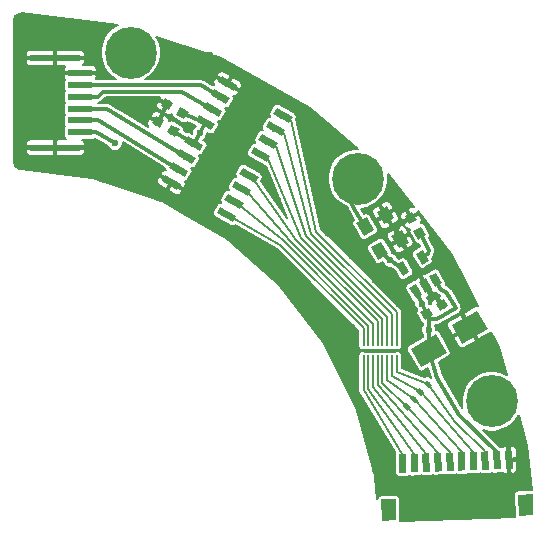
<source format=gbr>
G04 #@! TF.GenerationSoftware,KiCad,Pcbnew,(2018-01-25 revision 89a5a84af)-makepkg*
G04 #@! TF.CreationDate,2018-02-28T21:11:33+00:00*
G04 #@! TF.ProjectId,WolfDrive_encoder_renishaw_adapter,576F6C6644726976655F656E636F6465,rev?*
G04 #@! TF.SameCoordinates,Original*
G04 #@! TF.FileFunction,Copper,L1,Top,Signal*
G04 #@! TF.FilePolarity,Positive*
%FSLAX46Y46*%
G04 Gerber Fmt 4.6, Leading zero omitted, Abs format (unit mm)*
G04 Created by KiCad (PCBNEW (2018-01-25 revision 89a5a84af)-makepkg) date Wed Feb 28 21:11:33 2018*
%MOMM*%
%LPD*%
G01*
G04 APERTURE LIST*
%ADD10C,0.600000*%
%ADD11C,0.100000*%
%ADD12C,1.200000*%
%ADD13R,2.000000X0.600000*%
%ADD14R,4.200000X0.600000*%
%ADD15C,0.750000*%
%ADD16C,0.650000*%
%ADD17C,1.800000*%
%ADD18C,1.000000*%
%ADD19R,0.700000X0.400000*%
%ADD20R,0.200000X0.500000*%
%ADD21C,4.400000*%
%ADD22C,0.400000*%
%ADD23C,0.300000*%
%ADD24C,0.200000*%
G04 APERTURE END LIST*
D10*
X33310124Y6454272D03*
D11*
G36*
X33037354Y5669274D02*
X32983260Y7218330D01*
X33582894Y7239270D01*
X33636988Y5690214D01*
X33037354Y5669274D01*
X33037354Y5669274D01*
G37*
D10*
X34309514Y6489171D03*
D11*
G36*
X34036744Y5704173D02*
X33982650Y7253229D01*
X34582284Y7274169D01*
X34636378Y5725113D01*
X34036744Y5704173D01*
X34036744Y5704173D01*
G37*
D10*
X35308905Y6524071D03*
D11*
G36*
X35036135Y5739073D02*
X34982041Y7288129D01*
X35581675Y7309069D01*
X35635769Y5760013D01*
X35036135Y5739073D01*
X35036135Y5739073D01*
G37*
D10*
X36308296Y6558970D03*
D11*
G36*
X36035526Y5773972D02*
X35981432Y7323028D01*
X36581066Y7343968D01*
X36635160Y5794912D01*
X36035526Y5773972D01*
X36035526Y5773972D01*
G37*
D10*
X37307687Y6593870D03*
D11*
G36*
X37034917Y5808872D02*
X36980823Y7357928D01*
X37580457Y7378868D01*
X37634551Y5829812D01*
X37034917Y5808872D01*
X37034917Y5808872D01*
G37*
D10*
X38307078Y6628769D03*
D11*
G36*
X38034308Y5843771D02*
X37980214Y7392827D01*
X38579848Y7413767D01*
X38633942Y5864711D01*
X38034308Y5843771D01*
X38034308Y5843771D01*
G37*
D10*
X39306468Y6663669D03*
D11*
G36*
X39033698Y5878671D02*
X38979604Y7427727D01*
X39579238Y7448667D01*
X39633332Y5899611D01*
X39033698Y5878671D01*
X39033698Y5878671D01*
G37*
D10*
X40305859Y6698568D03*
D11*
G36*
X40033089Y5913570D02*
X39978995Y7462626D01*
X40578629Y7483566D01*
X40632723Y5934510D01*
X40033089Y5913570D01*
X40033089Y5913570D01*
G37*
D10*
X41305250Y6733468D03*
D11*
G36*
X41032480Y5948470D02*
X40978386Y7497526D01*
X41578020Y7518466D01*
X41632114Y5969410D01*
X41032480Y5948470D01*
X41032480Y5948470D01*
G37*
D10*
X42304641Y6768367D03*
D11*
G36*
X42031871Y5983369D02*
X41977777Y7532425D01*
X42577411Y7553365D01*
X42631505Y6004309D01*
X42031871Y5983369D01*
X42031871Y5983369D01*
G37*
D12*
X32146151Y2536263D03*
D11*
G36*
X31577926Y1615872D02*
X31515107Y3414775D01*
X32714376Y3456654D01*
X32777195Y1657751D01*
X31577926Y1615872D01*
X31577926Y1615872D01*
G37*
D12*
X43739085Y2941097D03*
D11*
G36*
X43170860Y2020706D02*
X43108041Y3819609D01*
X44307310Y3861488D01*
X44370129Y2062585D01*
X43170860Y2020706D01*
X43170860Y2020706D01*
G37*
D10*
X20301478Y30842027D03*
D11*
G36*
X19480308Y30969719D02*
X19780308Y31489335D01*
X21122648Y30714335D01*
X20822648Y30194719D01*
X19480308Y30969719D01*
X19480308Y30969719D01*
G37*
D10*
X19666478Y29742175D03*
D11*
G36*
X18845308Y29869867D02*
X19145308Y30389483D01*
X20487648Y29614483D01*
X20187648Y29094867D01*
X18845308Y29869867D01*
X18845308Y29869867D01*
G37*
D10*
X19031478Y28642323D03*
D11*
G36*
X18210308Y28770015D02*
X18510308Y29289631D01*
X19852648Y28514631D01*
X19552648Y27995015D01*
X18210308Y28770015D01*
X18210308Y28770015D01*
G37*
D10*
X18396478Y27542471D03*
D11*
G36*
X17575308Y27670163D02*
X17875308Y28189779D01*
X19217648Y27414779D01*
X18917648Y26895163D01*
X17575308Y27670163D01*
X17575308Y27670163D01*
G37*
D10*
X13719940Y30242471D03*
D11*
G36*
X12898770Y30370163D02*
X13198770Y30889779D01*
X14541110Y30114779D01*
X14241110Y29595163D01*
X12898770Y30370163D01*
X12898770Y30370163D01*
G37*
D10*
X14354940Y31342323D03*
D11*
G36*
X13533770Y31470015D02*
X13833770Y31989631D01*
X15176110Y31214631D01*
X14876110Y30695015D01*
X13533770Y31470015D01*
X13533770Y31470015D01*
G37*
D10*
X14989940Y32442175D03*
D11*
G36*
X14168770Y32569867D02*
X14468770Y33089483D01*
X15811110Y32314483D01*
X15511110Y31794867D01*
X14168770Y32569867D01*
X14168770Y32569867D01*
G37*
D10*
X15624940Y33542027D03*
D11*
G36*
X14803770Y33669719D02*
X15103770Y34189335D01*
X16446110Y33414335D01*
X16146110Y32894719D01*
X14803770Y33669719D01*
X14803770Y33669719D01*
G37*
D13*
X6000000Y39500000D03*
D14*
X3900000Y33200000D03*
X3900000Y40800000D03*
D13*
X6000000Y38500000D03*
X6000000Y37500000D03*
X6000000Y36500000D03*
X6000000Y35500000D03*
X6000000Y34500000D03*
D15*
X36649519Y19875000D03*
D11*
G36*
X36490609Y19350240D02*
X36115609Y19999760D01*
X36808429Y20399760D01*
X37183429Y19750240D01*
X36490609Y19350240D01*
X36490609Y19350240D01*
G37*
D15*
X35350481Y19125000D03*
D11*
G36*
X35191571Y18600240D02*
X34816571Y19249760D01*
X35509391Y19649760D01*
X35884391Y19000240D01*
X35191571Y18600240D01*
X35191571Y18600240D01*
G37*
D15*
X34752334Y25950670D03*
D11*
G36*
X35277094Y25791760D02*
X34627574Y25416760D01*
X34227574Y26109580D01*
X34877094Y26484580D01*
X35277094Y25791760D01*
X35277094Y25791760D01*
G37*
D15*
X34002334Y27249708D03*
D11*
G36*
X34527094Y27090798D02*
X33877574Y26715798D01*
X33477574Y27408618D01*
X34127094Y27783618D01*
X34527094Y27090798D01*
X34527094Y27090798D01*
G37*
D15*
X13899519Y34625000D03*
D11*
G36*
X13365609Y34500240D02*
X13740609Y35149760D01*
X14433429Y34749760D01*
X14058429Y34100240D01*
X13365609Y34500240D01*
X13365609Y34500240D01*
G37*
D15*
X12600481Y35375000D03*
D11*
G36*
X12066571Y35250240D02*
X12441571Y35899760D01*
X13134391Y35499760D01*
X12759391Y34850240D01*
X12066571Y35250240D01*
X12066571Y35250240D01*
G37*
D10*
X21274080Y32618109D03*
D11*
G36*
X22095250Y32490417D02*
X21795250Y31970801D01*
X20452910Y32745801D01*
X20752910Y33265417D01*
X22095250Y32490417D01*
X22095250Y32490417D01*
G37*
D10*
X21909080Y33717961D03*
D11*
G36*
X22730250Y33590269D02*
X22430250Y33070653D01*
X21087910Y33845653D01*
X21387910Y34365269D01*
X22730250Y33590269D01*
X22730250Y33590269D01*
G37*
D10*
X22544080Y34817813D03*
D11*
G36*
X23365250Y34690121D02*
X23065250Y34170505D01*
X21722910Y34945505D01*
X22022910Y35465121D01*
X23365250Y34690121D01*
X23365250Y34690121D01*
G37*
D10*
X23179080Y35917665D03*
D11*
G36*
X24000250Y35789973D02*
X23700250Y35270357D01*
X22357910Y36045357D01*
X22657910Y36564973D01*
X24000250Y35789973D01*
X24000250Y35789973D01*
G37*
D10*
X18502542Y38617665D03*
D11*
G36*
X19323712Y38489973D02*
X19023712Y37970357D01*
X17681372Y38745357D01*
X17981372Y39264973D01*
X19323712Y38489973D01*
X19323712Y38489973D01*
G37*
D10*
X17867542Y37517813D03*
D11*
G36*
X18688712Y37390121D02*
X18388712Y36870505D01*
X17046372Y37645505D01*
X17346372Y38165121D01*
X18688712Y37390121D01*
X18688712Y37390121D01*
G37*
D10*
X17232542Y36417961D03*
D11*
G36*
X18053712Y36290269D02*
X17753712Y35770653D01*
X16411372Y36545653D01*
X16711372Y37065269D01*
X18053712Y36290269D01*
X18053712Y36290269D01*
G37*
D10*
X16597542Y35318109D03*
D11*
G36*
X17418712Y35190417D02*
X17118712Y34670801D01*
X15776372Y35445801D01*
X16076372Y35965417D01*
X17418712Y35190417D01*
X17418712Y35190417D01*
G37*
D16*
X34432776Y21050035D03*
D11*
G36*
X34979234Y20753542D02*
X34416318Y20428542D01*
X33886318Y21346528D01*
X34449234Y21671528D01*
X34979234Y20753542D01*
X34979234Y20753542D01*
G37*
D16*
X35255499Y21525036D03*
D11*
G36*
X35801957Y21228543D02*
X35239041Y20903543D01*
X34709041Y21821529D01*
X35271957Y22146529D01*
X35801957Y21228543D01*
X35801957Y21228543D01*
G37*
D16*
X36078225Y22000036D03*
D11*
G36*
X36624683Y21703543D02*
X36061767Y21378543D01*
X35531767Y22296529D01*
X36094683Y22621529D01*
X36624683Y21703543D01*
X36624683Y21703543D01*
G37*
D16*
X34978224Y23905291D03*
D11*
G36*
X35524682Y23608798D02*
X34961766Y23283798D01*
X34431766Y24201784D01*
X34994682Y24526784D01*
X35524682Y23608798D01*
X35524682Y23608798D01*
G37*
D16*
X33332775Y22955290D03*
D11*
G36*
X33879233Y22658797D02*
X33316317Y22333797D01*
X32786317Y23251783D01*
X33349233Y23576783D01*
X33879233Y22658797D01*
X33879233Y22658797D01*
G37*
D17*
X35517948Y16000000D03*
D11*
G36*
X34885416Y14595577D02*
X33985416Y16154423D01*
X36150480Y17404423D01*
X37050480Y15845577D01*
X34885416Y14595577D01*
X34885416Y14595577D01*
G37*
D17*
X38982052Y18000000D03*
D11*
G36*
X38349520Y16595577D02*
X37449520Y18154423D01*
X39614584Y19404423D01*
X40514584Y17845577D01*
X38349520Y16595577D01*
X38349520Y16595577D01*
G37*
D18*
X31364598Y24452539D03*
D11*
G36*
X31244085Y23661273D02*
X30619085Y24743805D01*
X31485111Y25243805D01*
X32110111Y24161273D01*
X31244085Y23661273D01*
X31244085Y23661273D01*
G37*
D18*
X33096648Y25452539D03*
D11*
G36*
X32976135Y24661273D02*
X32351135Y25743805D01*
X33217161Y26243805D01*
X33842161Y25161273D01*
X32976135Y24661273D01*
X32976135Y24661273D01*
G37*
D15*
X13350481Y36875000D03*
D11*
G36*
X12816571Y36750240D02*
X13191571Y37399760D01*
X13884391Y36999760D01*
X13509391Y36350240D01*
X12816571Y36750240D01*
X12816571Y36750240D01*
G37*
D15*
X14649519Y36125000D03*
D11*
G36*
X14115609Y36000240D02*
X14490609Y36649760D01*
X15183429Y36249760D01*
X14808429Y35600240D01*
X14115609Y36000240D01*
X14115609Y36000240D01*
G37*
D18*
X30133975Y26500000D03*
D11*
G36*
X30013462Y25708734D02*
X29388462Y26791266D01*
X30254488Y27291266D01*
X30879488Y26208734D01*
X30013462Y25708734D01*
X30013462Y25708734D01*
G37*
D18*
X31866025Y27500000D03*
D11*
G36*
X31745512Y26708734D02*
X31120512Y27791266D01*
X31986538Y28291266D01*
X32611538Y27208734D01*
X31745512Y26708734D01*
X31745512Y26708734D01*
G37*
D19*
X30350000Y16000000D03*
X31050000Y16000000D03*
X31750000Y16000000D03*
X32450000Y16000000D03*
D20*
X32400000Y15375000D03*
X32000000Y15375000D03*
X31600000Y15375000D03*
X32800000Y15375000D03*
X30400000Y15375000D03*
X30000000Y15375000D03*
X30800000Y15375000D03*
X31200000Y15375000D03*
X30000000Y16625000D03*
X30400000Y16625000D03*
X31200000Y16625000D03*
X30800000Y16625000D03*
X31600000Y16625000D03*
X32400000Y16625000D03*
X32800000Y16625000D03*
X32000000Y16625000D03*
D21*
X29522981Y30571942D03*
D10*
X31172981Y30571942D03*
X30689707Y29405216D03*
X29522981Y28921942D03*
X28356255Y29405216D03*
X27872981Y30571942D03*
X28356255Y31738668D03*
X29522981Y32221942D03*
X30689707Y31738668D03*
D22*
X33643101Y11270891D03*
D11*
G36*
X33560095Y11621761D02*
X33998907Y11212562D01*
X33726107Y10920021D01*
X33287295Y11329220D01*
X33560095Y11621761D01*
X33560095Y11621761D01*
G37*
D22*
X34256899Y11929109D03*
D11*
G36*
X34173893Y12279979D02*
X34612705Y11870780D01*
X34339905Y11578239D01*
X33901093Y11987438D01*
X34173893Y12279979D01*
X34173893Y12279979D01*
G37*
D22*
X35468198Y13168198D03*
D11*
G36*
X35397487Y13521751D02*
X35821751Y13097487D01*
X35538909Y12814645D01*
X35114645Y13238909D01*
X35397487Y13521751D01*
X35397487Y13521751D01*
G37*
D22*
X34831802Y12531802D03*
D11*
G36*
X34761091Y12885355D02*
X35185355Y12461091D01*
X34902513Y12178249D01*
X34478249Y12602513D01*
X34761091Y12885355D01*
X34761091Y12885355D01*
G37*
D21*
X10281681Y41237568D03*
X40853622Y11714588D03*
D10*
X41000000Y4000000D03*
X39000000Y4000000D03*
X37000000Y4000000D03*
X35000000Y4000000D03*
X25500000Y31500000D03*
X22000000Y30250000D03*
X22750000Y28750000D03*
X29000000Y14000000D03*
X23000000Y24000000D03*
X25000000Y22000000D03*
X27000000Y20000000D03*
X29000000Y18000000D03*
X25000000Y34000000D03*
X25000000Y36000000D03*
X35000000Y2000000D03*
X37000000Y2000000D03*
X39000000Y2000000D03*
X41000000Y2000000D03*
X43000000Y8000000D03*
X35000000Y14000000D03*
X39000000Y14000000D03*
X37000000Y14000000D03*
X39000000Y16000000D03*
X41000000Y16000000D03*
X39000000Y20000000D03*
X37000000Y24000000D03*
X33000000Y28000000D03*
X33000000Y20000000D03*
X31000000Y22000000D03*
X29000000Y24000000D03*
X27000000Y26000000D03*
X27000000Y32000000D03*
X27000000Y34000000D03*
X31000000Y6000000D03*
X31000000Y8000000D03*
X30000000Y11250000D03*
X29000000Y16000000D03*
X27000000Y18000000D03*
X25000000Y20000000D03*
X23000000Y22000000D03*
X19000000Y26000000D03*
X21000000Y24000000D03*
X15000000Y41000000D03*
X17000000Y41000000D03*
X17000000Y39000000D03*
X11000000Y37000000D03*
X9000000Y37000000D03*
X21000000Y38000000D03*
X21000000Y36000000D03*
X19000000Y36000000D03*
X15000000Y28000000D03*
X17000000Y28000000D03*
X19000000Y32000000D03*
X17000000Y32000000D03*
X17000000Y30000000D03*
X11000000Y30000000D03*
X11000000Y32000000D03*
X9000000Y32000000D03*
X7000000Y32000000D03*
X5000000Y32000000D03*
X3000000Y32000000D03*
X1000000Y32000000D03*
X7000000Y43000000D03*
X5000000Y43000000D03*
X3000000Y43000000D03*
X1000000Y43000000D03*
X34933350Y20000000D03*
X8950000Y33549996D03*
X35517948Y17780000D03*
X32271396Y23651904D03*
X16122156Y34450000D03*
D23*
X36575000Y21150000D02*
X36078225Y22000036D01*
X37000000Y21000000D02*
X36575000Y21150000D01*
X37800000Y19600000D02*
X37000000Y21000000D01*
X36200000Y18700000D02*
X37800000Y19600000D01*
X35517948Y18700000D02*
X35517948Y18957533D01*
X35517948Y17780000D02*
X35517948Y18700000D01*
X36200000Y18700000D02*
X35517948Y18700000D01*
X11830000Y36810000D02*
X11000000Y37000000D01*
X32790000Y26020000D02*
X33096648Y25452539D01*
X32970000Y26630000D02*
X32790000Y26020000D01*
X34002334Y27249708D02*
X32970000Y26630000D01*
X13350481Y36875000D02*
X12987981Y36150000D01*
X12987981Y36150000D02*
X11830000Y36810000D01*
X12987981Y36150000D02*
X12600481Y35375000D01*
X35255499Y21525036D02*
X33096648Y25452539D01*
X36649519Y19875000D02*
X35255499Y21525036D01*
X36247503Y13702497D02*
X35517948Y16000000D01*
X38100000Y10600000D02*
X41300000Y7400000D01*
X36247503Y13702497D02*
X38100000Y10600000D01*
X41300000Y6738718D02*
X41305250Y6733468D01*
X41300000Y7400000D02*
X41300000Y6738718D01*
X7350000Y34500000D02*
X6000000Y34500000D01*
X8950000Y33549996D02*
X7350000Y34500000D01*
X34933350Y20000000D02*
X34432776Y21050035D01*
X35350481Y19125000D02*
X34933350Y20000000D01*
X35517948Y16000000D02*
X35517948Y17780000D01*
X35517948Y18957533D02*
X35350481Y19125000D01*
X32271396Y23651904D02*
X33332775Y22955290D01*
X32271396Y23651904D02*
X31364598Y24452539D01*
X16122156Y34450000D02*
X15624940Y33542027D01*
X16597542Y35318109D02*
X16122156Y34450000D01*
X13899519Y34625000D02*
X15624940Y33542027D01*
X16597542Y35318109D02*
X14649519Y36125000D01*
X8300000Y36500000D02*
X14989940Y32442175D01*
X6000000Y36500000D02*
X8300000Y36500000D01*
X7500000Y35500000D02*
X14354940Y31342323D01*
X6000000Y35500000D02*
X7500000Y35500000D01*
X14600000Y37949990D02*
X17232542Y36417961D01*
X7500000Y37500000D02*
X7949990Y37949990D01*
X6000000Y37500000D02*
X7500000Y37500000D01*
X7949990Y37949990D02*
X14600000Y37949990D01*
X16200000Y38500000D02*
X17867542Y37517813D01*
X6000000Y38500000D02*
X16200000Y38500000D01*
D24*
X20900000Y30200000D02*
X24324636Y25375364D01*
X20900000Y30200000D02*
X20301478Y30842027D01*
X31200000Y16625000D02*
X31200000Y18500000D01*
X31200000Y18500000D02*
X24324636Y25375364D01*
X20300000Y29250000D02*
X23890324Y25209676D01*
X30800000Y18300000D02*
X23890324Y25209676D01*
X30800000Y16625000D02*
X30800000Y18300000D01*
X19666478Y29742175D02*
X20300000Y29250000D01*
X19031478Y28642323D02*
X23150001Y25349999D01*
X23150001Y25349999D02*
X30400000Y18100000D01*
X30400000Y17882844D02*
X30400000Y16625000D01*
X30400000Y18100000D02*
X30400000Y17882844D01*
X19031478Y28642323D02*
X19063904Y28609897D01*
X22949992Y24950008D02*
X18396478Y27542471D01*
X30000000Y17900000D02*
X22949992Y24950008D01*
X30000000Y16625000D02*
X30000000Y17900000D01*
X24736584Y25563416D02*
X21950000Y32250000D01*
X31600000Y18700000D02*
X24736584Y25563416D01*
X31600000Y16625000D02*
X31600000Y18700000D01*
X21950000Y32250000D02*
X21274080Y32618109D01*
X25170896Y25729104D02*
X22600000Y33350000D01*
X25170896Y25729104D02*
X32000000Y18900000D01*
X32000000Y18900000D02*
X32000000Y16625000D01*
X21909080Y33717961D02*
X22600000Y33350000D01*
X25582844Y25917156D02*
X23250000Y34400000D01*
X32400000Y19100000D02*
X25582844Y25917156D01*
X32400000Y16625000D02*
X32400000Y19100000D01*
X23250000Y34400000D02*
X22544080Y34817813D01*
X26017156Y26082844D02*
X23850000Y35550000D01*
X32800000Y19300000D02*
X26017156Y26082844D01*
X32800000Y16625000D02*
X32800000Y19300000D01*
X23179080Y35917665D02*
X23850000Y35550000D01*
D23*
X35560000Y24550000D02*
X34752334Y25950670D01*
X35460000Y24180000D02*
X35560000Y24550000D01*
X34978224Y23905291D02*
X35460000Y24180000D01*
X30133975Y26500000D02*
X29150000Y28200000D01*
X28442258Y30105217D02*
X29150000Y28200000D01*
X28692256Y30105217D02*
X28442258Y30105217D01*
X29522981Y30571942D02*
X29056256Y30105217D01*
X29056256Y30105217D02*
X29056256Y29741217D01*
X29056256Y29741217D02*
X28692256Y30105217D01*
D24*
X32800000Y14200000D02*
X32800000Y15375000D01*
X35468198Y13168198D02*
X32800000Y14200000D01*
X40250000Y7500000D02*
X40305859Y6698568D01*
X37750000Y10000000D02*
X40250000Y7500000D01*
X35468198Y13168198D02*
X37750000Y10000000D01*
X39300000Y7450000D02*
X39306468Y6663669D01*
X34831802Y12531802D02*
X39300000Y7450000D01*
X32400000Y13850000D02*
X32400000Y15375000D01*
X34831802Y12531802D02*
X32400000Y13850000D01*
X38300000Y7400000D02*
X38307078Y6628769D01*
X34256899Y11929109D02*
X38300000Y7400000D01*
X32000000Y13550000D02*
X34256899Y11929109D01*
X32000000Y15375000D02*
X32000000Y13550000D01*
X37300000Y7400000D02*
X33643101Y11270891D01*
X37307687Y6593870D02*
X37300000Y7400000D01*
X31600000Y13300000D02*
X33643101Y11270891D01*
X31600000Y15375000D02*
X31600000Y13300000D01*
X36300000Y7350000D02*
X31200000Y13100000D01*
X36308296Y6558970D02*
X36300000Y7350000D01*
X31200000Y15375000D02*
X31200000Y13100000D01*
X35300000Y7300000D02*
X35308905Y6524071D01*
X30800000Y12950000D02*
X35300000Y7300000D01*
X30800000Y15375000D02*
X30800000Y12950000D01*
X34300000Y7250000D02*
X30400000Y12800000D01*
X34309514Y6489171D02*
X34300000Y7250000D01*
X30400000Y15375000D02*
X30400000Y12800000D01*
X33300000Y7250000D02*
X33310124Y6454272D01*
X30000000Y12650000D02*
X33300000Y7250000D01*
X30000000Y15375000D02*
X30000000Y12650000D01*
G36*
X9238788Y43565687D02*
X9073803Y43497348D01*
X8656151Y43218282D01*
X8300967Y42863098D01*
X8021901Y42445446D01*
X7829676Y41981375D01*
X7731681Y41488721D01*
X7731681Y40986415D01*
X7829676Y40493761D01*
X8021901Y40029690D01*
X8300967Y39612038D01*
X8656151Y39256854D01*
X9040560Y39000000D01*
X7347440Y39000000D01*
X7354475Y39010529D01*
X7384628Y39083324D01*
X7400000Y39160603D01*
X7400000Y39300000D01*
X7300000Y39400000D01*
X6100000Y39400000D01*
X6100000Y39380000D01*
X5900000Y39380000D01*
X5900000Y39400000D01*
X4700000Y39400000D01*
X4600000Y39300000D01*
X4600000Y39160603D01*
X4615372Y39083324D01*
X4645525Y39010529D01*
X4684495Y38952205D01*
X4675078Y38934587D01*
X4655065Y38868612D01*
X4648307Y38800000D01*
X4648307Y38200000D01*
X4655065Y38131388D01*
X4675078Y38065413D01*
X4707578Y38004610D01*
X4711361Y38000000D01*
X4707578Y37995390D01*
X4675078Y37934587D01*
X4655065Y37868612D01*
X4648307Y37800000D01*
X4648307Y37200000D01*
X4655065Y37131388D01*
X4675078Y37065413D01*
X4707578Y37004610D01*
X4711361Y37000000D01*
X4707578Y36995390D01*
X4675078Y36934587D01*
X4655065Y36868612D01*
X4648307Y36800000D01*
X4648307Y36200000D01*
X4655065Y36131388D01*
X4675078Y36065413D01*
X4707578Y36004610D01*
X4711361Y36000000D01*
X4707578Y35995390D01*
X4675078Y35934587D01*
X4655065Y35868612D01*
X4648307Y35800000D01*
X4648307Y35200000D01*
X4655065Y35131388D01*
X4675078Y35065413D01*
X4707578Y35004610D01*
X4711361Y35000000D01*
X4707578Y34995390D01*
X4675078Y34934587D01*
X4655065Y34868612D01*
X4648307Y34800000D01*
X4648307Y34200000D01*
X4655065Y34131388D01*
X4675078Y34065413D01*
X4707578Y34004610D01*
X4751315Y33951315D01*
X4804610Y33907578D01*
X4818787Y33900000D01*
X4100000Y33900000D01*
X4000000Y33800000D01*
X4000000Y33300000D01*
X6300000Y33300000D01*
X6400000Y33400000D01*
X6400000Y33539397D01*
X6384628Y33616676D01*
X6354475Y33689471D01*
X6310700Y33754986D01*
X6254985Y33810701D01*
X6198704Y33848307D01*
X7000000Y33848307D01*
X7068612Y33855065D01*
X7134587Y33875078D01*
X7195390Y33907578D01*
X7248685Y33951315D01*
X7263775Y33969703D01*
X8336398Y33332830D01*
X8373978Y33242106D01*
X8445112Y33135645D01*
X8535649Y33045108D01*
X8642110Y32973974D01*
X8760402Y32924975D01*
X8885981Y32899996D01*
X9014019Y32899996D01*
X9139598Y32924975D01*
X9257890Y32973974D01*
X9364351Y33045108D01*
X9454888Y33135645D01*
X9526022Y33242106D01*
X9575021Y33360398D01*
X9600000Y33485977D01*
X9600000Y33614015D01*
X9593778Y33645298D01*
X13183518Y31468038D01*
X13182830Y31447013D01*
X13194061Y31378990D01*
X13218346Y31314465D01*
X13234474Y31288529D01*
X13211921Y31291498D01*
X13133296Y31286346D01*
X13057188Y31265953D01*
X12986521Y31231103D01*
X12924010Y31183136D01*
X12872058Y31123897D01*
X12832662Y31055660D01*
X12802360Y31003176D01*
X12838963Y30866574D01*
X13683337Y30379074D01*
X13693337Y30396394D01*
X13866543Y30296394D01*
X13856543Y30279074D01*
X14700917Y29791574D01*
X14837520Y29828176D01*
X14867821Y29880660D01*
X14907218Y29948897D01*
X14932545Y30023508D01*
X14942830Y30101627D01*
X14937677Y30180252D01*
X14917284Y30256360D01*
X14882434Y30327027D01*
X14868586Y30345074D01*
X14899112Y30344075D01*
X14967135Y30355306D01*
X15031660Y30379591D01*
X15090207Y30415998D01*
X15140527Y30463128D01*
X15180685Y30519169D01*
X15480685Y31038785D01*
X15509139Y31101583D01*
X15524794Y31168726D01*
X15527050Y31237633D01*
X15515819Y31305656D01*
X15491534Y31370181D01*
X15455127Y31428728D01*
X15431395Y31454066D01*
X15465205Y31446183D01*
X15534112Y31443927D01*
X15602135Y31455158D01*
X15666660Y31479443D01*
X15725207Y31515850D01*
X15775527Y31562980D01*
X15815685Y31619021D01*
X16115685Y32138637D01*
X16144139Y32201435D01*
X16159794Y32268578D01*
X16162050Y32337485D01*
X16150819Y32405508D01*
X16126534Y32470033D01*
X16090127Y32528580D01*
X16066395Y32553918D01*
X16100205Y32546035D01*
X16169112Y32543779D01*
X16237135Y32555010D01*
X16301660Y32579295D01*
X16360207Y32615702D01*
X16410527Y32662832D01*
X16450685Y32718873D01*
X16750685Y33238489D01*
X16779139Y33301287D01*
X16794794Y33368430D01*
X16797050Y33437337D01*
X16785819Y33505360D01*
X16761534Y33569885D01*
X16725127Y33628432D01*
X16677997Y33678752D01*
X16621956Y33718910D01*
X16385401Y33855485D01*
X16430046Y33873978D01*
X16536507Y33945112D01*
X16627044Y34035649D01*
X16698178Y34142110D01*
X16747177Y34260402D01*
X16772156Y34385981D01*
X16772156Y34464785D01*
X16942866Y34366226D01*
X17005664Y34337772D01*
X17072807Y34322117D01*
X17141714Y34319861D01*
X17209737Y34331092D01*
X17274262Y34355377D01*
X17332809Y34391784D01*
X17383129Y34438914D01*
X17423287Y34494955D01*
X17723287Y35014571D01*
X17751741Y35077369D01*
X17767396Y35144512D01*
X17769652Y35213419D01*
X17758421Y35281442D01*
X17734136Y35345967D01*
X17697729Y35404514D01*
X17673997Y35429852D01*
X17707807Y35421969D01*
X17776714Y35419713D01*
X17844737Y35430944D01*
X17909262Y35455229D01*
X17967809Y35491636D01*
X18018129Y35538766D01*
X18058287Y35594807D01*
X18358287Y36114423D01*
X18386741Y36177221D01*
X18402396Y36244364D01*
X18404652Y36313271D01*
X18393421Y36381294D01*
X18369136Y36445819D01*
X18332729Y36504366D01*
X18308997Y36529704D01*
X18342807Y36521821D01*
X18411714Y36519565D01*
X18479737Y36530796D01*
X18544262Y36555081D01*
X18602809Y36591488D01*
X18653129Y36638618D01*
X18693287Y36694659D01*
X18993287Y37214275D01*
X19021741Y37277073D01*
X19037396Y37344216D01*
X19039652Y37413123D01*
X19028421Y37481146D01*
X19004136Y37545671D01*
X18988008Y37571607D01*
X19010561Y37568638D01*
X19089186Y37573790D01*
X19165294Y37594183D01*
X19235961Y37629033D01*
X19298472Y37677000D01*
X19350424Y37736239D01*
X19389820Y37804476D01*
X19420122Y37856960D01*
X19383519Y37993562D01*
X18539145Y38481062D01*
X18529145Y38463742D01*
X18355939Y38563742D01*
X18365939Y38581062D01*
X18239143Y38654268D01*
X18639145Y38654268D01*
X19483519Y38166768D01*
X19620122Y38203370D01*
X19650423Y38255854D01*
X19689820Y38324091D01*
X19715147Y38398702D01*
X19725432Y38476821D01*
X19720279Y38555446D01*
X19699886Y38631554D01*
X19665036Y38702221D01*
X19617070Y38764732D01*
X19557830Y38816684D01*
X19025747Y39123883D01*
X18889145Y39087280D01*
X18639145Y38654268D01*
X18239143Y38654268D01*
X17521565Y39068562D01*
X17384962Y39031960D01*
X17354661Y38979476D01*
X17315264Y38911239D01*
X17289937Y38836628D01*
X17279652Y38758509D01*
X17284805Y38679884D01*
X17305198Y38603776D01*
X17340048Y38533109D01*
X17353896Y38515062D01*
X17323370Y38516061D01*
X17255347Y38504830D01*
X17207544Y38486839D01*
X16489676Y38909665D01*
X16483850Y38914553D01*
X16446728Y38934961D01*
X16432497Y38943343D01*
X16425971Y38946372D01*
X16397924Y38961791D01*
X16381588Y38966973D01*
X16366042Y38974189D01*
X16334960Y38981765D01*
X16304459Y38991440D01*
X16288288Y38993140D01*
X16270775Y38997408D01*
X16231283Y38999131D01*
X16223015Y39000000D01*
X16211366Y39000000D01*
X16172815Y39001682D01*
X16161825Y39000000D01*
X11522802Y39000000D01*
X11907211Y39256854D01*
X12028727Y39378370D01*
X17584962Y39378370D01*
X17621565Y39241768D01*
X18465939Y38754268D01*
X18715939Y39187280D01*
X18679337Y39323883D01*
X18147254Y39631081D01*
X18072642Y39656408D01*
X17994523Y39666692D01*
X17915898Y39661540D01*
X17839790Y39641147D01*
X17769123Y39606297D01*
X17706612Y39558330D01*
X17654660Y39499091D01*
X17615264Y39430854D01*
X17584962Y39378370D01*
X12028727Y39378370D01*
X12262395Y39612038D01*
X12541461Y40029690D01*
X12733686Y40493761D01*
X12831681Y40986415D01*
X12831681Y41488721D01*
X12733686Y41981375D01*
X12541461Y42445446D01*
X12434535Y42605472D01*
X17917634Y40813077D01*
X25503695Y36555580D01*
X29523644Y33121942D01*
X29271828Y33121942D01*
X28779174Y33023947D01*
X28315103Y32831722D01*
X27897451Y32552656D01*
X27542267Y32197472D01*
X27263201Y31779820D01*
X27070976Y31315749D01*
X26972981Y30823095D01*
X26972981Y30320789D01*
X27070976Y29828135D01*
X27263201Y29364064D01*
X27542267Y28946412D01*
X27897451Y28591228D01*
X28315103Y28312162D01*
X28622205Y28184956D01*
X28669194Y28058463D01*
X28672341Y28044222D01*
X28685087Y28015677D01*
X28689886Y28002760D01*
X28701492Y27978942D01*
X28705732Y27969446D01*
X28708176Y27965223D01*
X28721978Y27936898D01*
X28732925Y27922466D01*
X29211744Y27095216D01*
X29156575Y27055683D01*
X29109445Y27005363D01*
X29073038Y26946816D01*
X29048753Y26882291D01*
X29037522Y26814268D01*
X29039778Y26745361D01*
X29055433Y26678218D01*
X29083887Y26615420D01*
X29708887Y25532888D01*
X29749045Y25476847D01*
X29799365Y25429717D01*
X29857912Y25393310D01*
X29922437Y25369025D01*
X29990460Y25357794D01*
X30059367Y25360050D01*
X30126510Y25375705D01*
X30189308Y25404159D01*
X30754814Y25730654D01*
X31949415Y25730654D01*
X31959700Y25652534D01*
X31985027Y25577923D01*
X32024424Y25509686D01*
X32217225Y25175744D01*
X32353828Y25139142D01*
X32833248Y25415936D01*
X33233251Y25415936D01*
X33645751Y24701466D01*
X33782353Y24664863D01*
X34076280Y24834561D01*
X34135519Y24886514D01*
X34183485Y24949024D01*
X34218335Y25019692D01*
X34238728Y25095800D01*
X34243881Y25174424D01*
X34233596Y25252544D01*
X34208269Y25327155D01*
X34168872Y25395392D01*
X33976071Y25729334D01*
X33839468Y25765936D01*
X33233251Y25415936D01*
X32833248Y25415936D01*
X32960045Y25489142D01*
X32547545Y26203612D01*
X32410943Y26240215D01*
X32117016Y26070517D01*
X32057777Y26018564D01*
X32009811Y25956054D01*
X31974961Y25885386D01*
X31954568Y25809278D01*
X31949415Y25730654D01*
X30754814Y25730654D01*
X31055334Y25904159D01*
X31111375Y25944317D01*
X31158505Y25994637D01*
X31194912Y26053184D01*
X31219197Y26117709D01*
X31230428Y26185732D01*
X31228172Y26254639D01*
X31216754Y26303612D01*
X32720751Y26303612D01*
X33133251Y25589142D01*
X33739468Y25939142D01*
X33776071Y26075744D01*
X33583269Y26409686D01*
X33543873Y26477923D01*
X33491921Y26537162D01*
X33429410Y26585130D01*
X33358743Y26619979D01*
X33282635Y26640372D01*
X33204010Y26645525D01*
X33125891Y26635240D01*
X33051280Y26609914D01*
X32757353Y26440215D01*
X32720751Y26303612D01*
X31216754Y26303612D01*
X31212517Y26321782D01*
X31184063Y26384580D01*
X30899883Y26876795D01*
X31186602Y26876795D01*
X31379404Y26542853D01*
X31418800Y26474616D01*
X31470752Y26415377D01*
X31533263Y26367409D01*
X31603930Y26332560D01*
X31680038Y26312167D01*
X31758663Y26307014D01*
X31836782Y26317299D01*
X31911393Y26342625D01*
X32205320Y26512324D01*
X32241922Y26648927D01*
X32218785Y26689003D01*
X33431164Y26689003D01*
X33550863Y26481679D01*
X33602815Y26422439D01*
X33665326Y26374474D01*
X33735993Y26339623D01*
X33812101Y26319230D01*
X33890726Y26314077D01*
X33947212Y26321515D01*
X33912150Y26265130D01*
X33887865Y26200605D01*
X33876634Y26132582D01*
X33878890Y26063675D01*
X33894545Y25996532D01*
X33922999Y25933733D01*
X34322999Y25240913D01*
X34363157Y25184873D01*
X34413477Y25137743D01*
X34472024Y25101336D01*
X34536549Y25077051D01*
X34604572Y25065820D01*
X34673479Y25068076D01*
X34682836Y25070258D01*
X34820227Y24831990D01*
X34818835Y24831359D01*
X34255919Y24506359D01*
X34199879Y24466201D01*
X34152749Y24415881D01*
X34116342Y24357334D01*
X34092057Y24292809D01*
X34080826Y24224786D01*
X34083082Y24155879D01*
X34098737Y24088736D01*
X34127191Y24025937D01*
X34657191Y23107951D01*
X34697349Y23051911D01*
X34747669Y23004781D01*
X34806216Y22968374D01*
X34870741Y22944089D01*
X34938764Y22932858D01*
X35007671Y22935114D01*
X35074814Y22950769D01*
X35137613Y22979223D01*
X35700529Y23304223D01*
X35756569Y23344381D01*
X35803699Y23394701D01*
X35840106Y23453248D01*
X35864391Y23517773D01*
X35875622Y23585796D01*
X35873366Y23654703D01*
X35857711Y23721846D01*
X35829257Y23784645D01*
X35808410Y23820752D01*
X35821374Y23834410D01*
X35854155Y23868446D01*
X35855147Y23869989D01*
X35856406Y23871316D01*
X35881641Y23911220D01*
X35907163Y23950938D01*
X35907799Y23952584D01*
X35908814Y23954189D01*
X35944127Y24045665D01*
X35948686Y24071764D01*
X36035671Y24393608D01*
X36043837Y24414628D01*
X36048544Y24441240D01*
X36049118Y24443362D01*
X36052767Y24465113D01*
X36060917Y24511184D01*
X36060871Y24513415D01*
X36061241Y24515617D01*
X36059872Y24562395D01*
X36058916Y24609219D01*
X36058437Y24611402D01*
X36058372Y24613630D01*
X36047976Y24659108D01*
X36037913Y24704998D01*
X36037034Y24706975D01*
X36036521Y24709219D01*
X35996521Y24798744D01*
X35981460Y24820034D01*
X35548980Y25570049D01*
X35556111Y25577663D01*
X35592518Y25636210D01*
X35616803Y25700735D01*
X35628034Y25768758D01*
X35625778Y25837665D01*
X35610123Y25904808D01*
X35581669Y25967607D01*
X35181669Y26660427D01*
X35141511Y26716467D01*
X35091191Y26763597D01*
X35032644Y26800004D01*
X34968119Y26824289D01*
X34900096Y26835520D01*
X34833733Y26833347D01*
X34868418Y26878548D01*
X34903268Y26949215D01*
X34923661Y27025323D01*
X34928813Y27103949D01*
X34918529Y27182067D01*
X34893202Y27256679D01*
X34773504Y27464003D01*
X34636901Y27500605D01*
X34138937Y27213105D01*
X34148937Y27195785D01*
X33975731Y27095785D01*
X33965731Y27113105D01*
X33467767Y26825605D01*
X33431164Y26689003D01*
X32218785Y26689003D01*
X31829422Y27363397D01*
X31223205Y27013397D01*
X31186602Y26876795D01*
X30899883Y26876795D01*
X30559063Y27467112D01*
X30518905Y27523153D01*
X30468585Y27570283D01*
X30410038Y27606690D01*
X30345513Y27630975D01*
X30277490Y27642206D01*
X30208583Y27639950D01*
X30141440Y27624295D01*
X30078642Y27595841D01*
X30077717Y27595307D01*
X29971906Y27778115D01*
X30718792Y27778115D01*
X30729077Y27699995D01*
X30754404Y27625384D01*
X30793801Y27557147D01*
X30986602Y27223205D01*
X31123205Y27186603D01*
X31602625Y27463397D01*
X32002628Y27463397D01*
X32415128Y26748927D01*
X32551730Y26712324D01*
X32845657Y26882022D01*
X32904896Y26933975D01*
X32952862Y26996485D01*
X32987712Y27067153D01*
X33008105Y27143261D01*
X33013258Y27221885D01*
X33002973Y27300005D01*
X32977646Y27374616D01*
X32965608Y27395467D01*
X33075855Y27395467D01*
X33086139Y27317349D01*
X33111466Y27242737D01*
X33231164Y27035413D01*
X33367767Y26998811D01*
X33865731Y27286311D01*
X33565731Y27805926D01*
X33429129Y27842528D01*
X33311693Y27774727D01*
X33243457Y27735330D01*
X33184217Y27683378D01*
X33136250Y27620868D01*
X33101400Y27550201D01*
X33081007Y27474093D01*
X33075855Y27395467D01*
X32965608Y27395467D01*
X32938249Y27442853D01*
X32745448Y27776795D01*
X32608845Y27813397D01*
X32002628Y27463397D01*
X31602625Y27463397D01*
X31729422Y27536603D01*
X31316922Y28251073D01*
X31180320Y28287676D01*
X30886393Y28117978D01*
X30827154Y28066025D01*
X30779188Y28003515D01*
X30744338Y27932847D01*
X30723945Y27856739D01*
X30718792Y27778115D01*
X29971906Y27778115D01*
X29824928Y28032046D01*
X30266788Y28119937D01*
X30730859Y28312162D01*
X30789093Y28351073D01*
X31490128Y28351073D01*
X31902628Y27636603D01*
X32508845Y27986603D01*
X32545448Y28123205D01*
X32352646Y28457147D01*
X32313250Y28525384D01*
X32261298Y28584623D01*
X32198787Y28632591D01*
X32128120Y28667440D01*
X32052012Y28687833D01*
X31973387Y28692986D01*
X31895268Y28682701D01*
X31820657Y28657375D01*
X31526730Y28487676D01*
X31490128Y28351073D01*
X30789093Y28351073D01*
X31148511Y28591228D01*
X31503695Y28946412D01*
X31782761Y29364064D01*
X31974986Y29828135D01*
X32072981Y30320789D01*
X32072981Y30823095D01*
X32043907Y30969261D01*
X32118331Y30905691D01*
X34298250Y28145207D01*
X34268675Y28159793D01*
X34192567Y28180186D01*
X34113942Y28185339D01*
X34035823Y28175053D01*
X33961211Y28149726D01*
X33892975Y28110330D01*
X33775539Y28042528D01*
X33738937Y27905926D01*
X34038937Y27386311D01*
X34536901Y27673811D01*
X34570750Y27800135D01*
X37509592Y24078608D01*
X39701249Y19795312D01*
X39680058Y19800990D01*
X39601433Y19806143D01*
X39523314Y19795858D01*
X39448703Y19770532D01*
X38505257Y19225833D01*
X38468655Y19089230D01*
X39018655Y18136603D01*
X39035975Y18146603D01*
X39135975Y17973397D01*
X39118655Y17963397D01*
X39668655Y17010770D01*
X39805257Y16974167D01*
X40748703Y17518865D01*
X40807942Y17570818D01*
X40826856Y17595467D01*
X41472119Y16334388D01*
X42163744Y13906051D01*
X42061500Y13974368D01*
X41597429Y14166593D01*
X41104775Y14264588D01*
X40602469Y14264588D01*
X40109815Y14166593D01*
X39645744Y13974368D01*
X39228092Y13695302D01*
X38872908Y13340118D01*
X38593842Y12922466D01*
X38401617Y12458395D01*
X38303622Y11965741D01*
X38303622Y11463435D01*
X38371974Y11119807D01*
X36706513Y13909062D01*
X36349122Y15034548D01*
X37226326Y15541002D01*
X37282367Y15581160D01*
X37329497Y15631480D01*
X37365904Y15690027D01*
X37390189Y15754552D01*
X37401420Y15822575D01*
X37399164Y15891482D01*
X37383509Y15958625D01*
X37355055Y16021423D01*
X36789038Y17001795D01*
X37653110Y17001795D01*
X37983412Y16429696D01*
X38022808Y16361459D01*
X38074760Y16302220D01*
X38137271Y16254252D01*
X38207938Y16219403D01*
X38284046Y16199010D01*
X38362671Y16193857D01*
X38440790Y16204142D01*
X38515401Y16229468D01*
X39458847Y16774167D01*
X39495449Y16910770D01*
X38945449Y17863397D01*
X37689713Y17138397D01*
X37653110Y17001795D01*
X36789038Y17001795D01*
X36455055Y17580269D01*
X36414897Y17636310D01*
X36364577Y17683440D01*
X36306030Y17719847D01*
X36241505Y17744132D01*
X36173482Y17755363D01*
X36167948Y17755182D01*
X36167948Y17844019D01*
X36142969Y17969598D01*
X36093970Y18087890D01*
X36058302Y18141272D01*
X37047800Y18141272D01*
X37058085Y18063152D01*
X37083412Y17988541D01*
X37122809Y17920304D01*
X37453110Y17348205D01*
X37589713Y17311603D01*
X38845449Y18036603D01*
X38295449Y18989230D01*
X38158847Y19025833D01*
X37215401Y18481135D01*
X37156162Y18429182D01*
X37108196Y18366672D01*
X37073346Y18296004D01*
X37052953Y18219896D01*
X37047800Y18141272D01*
X36058302Y18141272D01*
X36022836Y18194351D01*
X36017948Y18199239D01*
X36017948Y18200000D01*
X36153320Y18200000D01*
X36155843Y18199526D01*
X36204559Y18200000D01*
X36224672Y18200000D01*
X36226888Y18200217D01*
X36253892Y18200480D01*
X36275554Y18204989D01*
X36297587Y18207149D01*
X36323450Y18214958D01*
X36349890Y18220461D01*
X36368974Y18228703D01*
X36391457Y18235491D01*
X36420715Y18251048D01*
X36425071Y18252929D01*
X36439199Y18260876D01*
X36478034Y18281525D01*
X36482759Y18285378D01*
X38023585Y19152092D01*
X38046218Y19162048D01*
X38066581Y19176277D01*
X38066634Y19176307D01*
X38089306Y19192157D01*
X38126594Y19218213D01*
X38126632Y19218252D01*
X38126680Y19218286D01*
X38161018Y19254041D01*
X38194530Y19288920D01*
X38194561Y19288968D01*
X38194600Y19289009D01*
X38221183Y19330509D01*
X38247438Y19371476D01*
X38247459Y19371529D01*
X38247489Y19371576D01*
X38265966Y19418619D01*
X38283305Y19462736D01*
X38283315Y19462790D01*
X38283336Y19462844D01*
X38291758Y19509458D01*
X38300762Y19559225D01*
X38300761Y19559287D01*
X38300770Y19559337D01*
X38299946Y19608659D01*
X38299144Y19657266D01*
X38299133Y19657317D01*
X38299132Y19657378D01*
X38288751Y19705561D01*
X38278515Y19753127D01*
X38278492Y19753180D01*
X38278480Y19753234D01*
X38239605Y19843253D01*
X38223573Y19866529D01*
X37456722Y21208516D01*
X37455494Y21212012D01*
X37431607Y21252468D01*
X37421880Y21269490D01*
X37419947Y21272216D01*
X37405639Y21296448D01*
X37391647Y21312119D01*
X37379497Y21329251D01*
X37359073Y21348602D01*
X37340333Y21369591D01*
X37323564Y21382246D01*
X37308317Y21396692D01*
X37284532Y21411702D01*
X37262065Y21428657D01*
X37244194Y21437158D01*
X37225394Y21449022D01*
X37193189Y21461420D01*
X37188113Y21463835D01*
X37173743Y21468907D01*
X37133886Y21484251D01*
X37126760Y21485489D01*
X36941228Y21550971D01*
X36964392Y21612518D01*
X36975623Y21680541D01*
X36973367Y21749448D01*
X36957712Y21816591D01*
X36929258Y21879390D01*
X36399258Y22797376D01*
X36359100Y22853416D01*
X36308780Y22900546D01*
X36250233Y22936953D01*
X36185708Y22961238D01*
X36117685Y22972469D01*
X36048778Y22970213D01*
X35981635Y22954558D01*
X35918836Y22926104D01*
X35355920Y22601104D01*
X35299880Y22560946D01*
X35286301Y22546448D01*
X35258806Y22548250D01*
X35180687Y22537965D01*
X35106075Y22512638D01*
X35037838Y22473241D01*
X34963704Y22430440D01*
X34927102Y22293837D01*
X35292102Y21661639D01*
X35309422Y21671639D01*
X35409422Y21498433D01*
X35392102Y21488433D01*
X35757102Y20856235D01*
X35893704Y20819632D01*
X35967838Y20862434D01*
X36036075Y20901830D01*
X36095315Y20953782D01*
X36103962Y20965051D01*
X36119096Y20939154D01*
X36119506Y20937988D01*
X36146113Y20892926D01*
X36155762Y20876415D01*
X36156302Y20875669D01*
X36169361Y20853552D01*
X36184970Y20836070D01*
X36198725Y20817070D01*
X36217558Y20799571D01*
X36234667Y20780409D01*
X36253379Y20766288D01*
X36270559Y20750325D01*
X36292424Y20736823D01*
X36312936Y20721343D01*
X36332764Y20711911D01*
X36353987Y20698805D01*
X36383550Y20687753D01*
X36386888Y20686165D01*
X36403148Y20680426D01*
X36445834Y20664468D01*
X36450550Y20663696D01*
X36459878Y20660404D01*
X36435224Y20646170D01*
X36398622Y20509567D01*
X36686122Y20011603D01*
X36703442Y20021603D01*
X36803442Y19848397D01*
X36786122Y19838397D01*
X36796122Y19821077D01*
X36622916Y19721077D01*
X36612916Y19738397D01*
X36595596Y19728397D01*
X36495596Y19901603D01*
X36512916Y19911603D01*
X36225416Y20409567D01*
X36088814Y20446170D01*
X35881490Y20326471D01*
X35822250Y20274519D01*
X35774285Y20212008D01*
X35739434Y20141341D01*
X35719041Y20065233D01*
X35713888Y19986608D01*
X35721326Y19930122D01*
X35664941Y19965184D01*
X35600416Y19989469D01*
X35583350Y19992287D01*
X35583350Y20064019D01*
X35558371Y20189598D01*
X35509372Y20307890D01*
X35438238Y20414351D01*
X35347701Y20504888D01*
X35334678Y20513589D01*
X35404923Y20537434D01*
X35473160Y20576831D01*
X35547294Y20619632D01*
X35583896Y20756235D01*
X35218896Y21388433D01*
X35201576Y21378433D01*
X35101576Y21551639D01*
X35118896Y21561639D01*
X34753896Y22193837D01*
X34617294Y22230440D01*
X34543160Y22187638D01*
X34474923Y22148242D01*
X34415683Y22096290D01*
X34367716Y22033779D01*
X34355529Y22009067D01*
X34336186Y22004557D01*
X34273387Y21976103D01*
X33710471Y21651103D01*
X33654431Y21610945D01*
X33607301Y21560625D01*
X33570894Y21502078D01*
X33546609Y21437553D01*
X33535378Y21369530D01*
X33537634Y21300623D01*
X33553289Y21233480D01*
X33581743Y21170681D01*
X34111743Y20252695D01*
X34151901Y20196655D01*
X34202221Y20149525D01*
X34260768Y20113118D01*
X34290863Y20101791D01*
X34283350Y20064019D01*
X34283350Y19935981D01*
X34308329Y19810402D01*
X34357328Y19692110D01*
X34428462Y19585649D01*
X34518999Y19495112D01*
X34548417Y19475456D01*
X34537554Y19463857D01*
X34501147Y19405310D01*
X34476862Y19340785D01*
X34465631Y19272762D01*
X34467887Y19203855D01*
X34483542Y19136712D01*
X34511996Y19073914D01*
X34886996Y18424394D01*
X34927154Y18368353D01*
X34977474Y18321223D01*
X35017949Y18296054D01*
X35017948Y18199239D01*
X35013060Y18194351D01*
X34941926Y18087890D01*
X34892927Y17969598D01*
X34867948Y17844019D01*
X34867948Y17715981D01*
X34892927Y17590402D01*
X34941926Y17472110D01*
X35013060Y17365649D01*
X35017949Y17360760D01*
X35017949Y17156656D01*
X33809570Y16458998D01*
X33753529Y16418840D01*
X33706399Y16368520D01*
X33669992Y16309973D01*
X33645707Y16245448D01*
X33634476Y16177425D01*
X33636732Y16108518D01*
X33652387Y16041375D01*
X33680841Y15978577D01*
X34580841Y14419731D01*
X34620999Y14363690D01*
X34671319Y14316560D01*
X34729866Y14280153D01*
X34794391Y14255868D01*
X34862414Y14244637D01*
X34931321Y14246893D01*
X34998464Y14262548D01*
X35061262Y14291002D01*
X35462470Y14522639D01*
X35726989Y13689619D01*
X35646172Y13770436D01*
X35592877Y13814173D01*
X35532074Y13846673D01*
X35466099Y13866686D01*
X35397487Y13873444D01*
X35328875Y13866686D01*
X35262900Y13846673D01*
X35202097Y13814173D01*
X35151907Y13772984D01*
X33250000Y14508457D01*
X33250000Y15107811D01*
X33251693Y15125000D01*
X33251693Y15625000D01*
X33244935Y15693612D01*
X33224922Y15759587D01*
X33192422Y15820390D01*
X33148685Y15873685D01*
X33095390Y15917422D01*
X33034587Y15949922D01*
X32968612Y15969935D01*
X32900000Y15976693D01*
X32700000Y15976693D01*
X32631388Y15969935D01*
X32600000Y15960414D01*
X32568612Y15969935D01*
X32500000Y15976693D01*
X32300000Y15976693D01*
X32231388Y15969935D01*
X32200000Y15960414D01*
X32168612Y15969935D01*
X32100000Y15976693D01*
X31900000Y15976693D01*
X31831388Y15969935D01*
X31800000Y15960414D01*
X31768612Y15969935D01*
X31700000Y15976693D01*
X31500000Y15976693D01*
X31431388Y15969935D01*
X31400000Y15960414D01*
X31368612Y15969935D01*
X31300000Y15976693D01*
X31100000Y15976693D01*
X31031388Y15969935D01*
X31000000Y15960414D01*
X30968612Y15969935D01*
X30900000Y15976693D01*
X30700000Y15976693D01*
X30631388Y15969935D01*
X30600000Y15960414D01*
X30568612Y15969935D01*
X30500000Y15976693D01*
X30300000Y15976693D01*
X30231388Y15969935D01*
X30200000Y15960414D01*
X30168612Y15969935D01*
X30100000Y15976693D01*
X29900000Y15976693D01*
X29831388Y15969935D01*
X29765413Y15949922D01*
X29704610Y15917422D01*
X29651315Y15873685D01*
X29607578Y15820390D01*
X29575078Y15759587D01*
X29555065Y15693612D01*
X29548307Y15625000D01*
X29548307Y15125000D01*
X29550000Y15107810D01*
X29550001Y12683850D01*
X29548431Y12673432D01*
X29550001Y12639250D01*
X29550001Y12627798D01*
X29550990Y12617708D01*
X29552480Y12585276D01*
X29555290Y12573862D01*
X29556436Y12562172D01*
X29565811Y12531119D01*
X29573574Y12499585D01*
X29578391Y12489455D01*
X29581943Y12477689D01*
X29601253Y12441371D01*
X29605223Y12433022D01*
X29608835Y12427111D01*
X29623373Y12399769D01*
X29632034Y12389150D01*
X32681831Y7398571D01*
X32653839Y7341496D01*
X32636140Y7274862D01*
X32631781Y7206056D01*
X32685875Y5657000D01*
X32695023Y5588666D01*
X32717327Y5523429D01*
X32751929Y5463797D01*
X32797500Y5412062D01*
X32852288Y5370211D01*
X32914189Y5339853D01*
X32980822Y5322154D01*
X33049628Y5317795D01*
X33649262Y5338735D01*
X33717596Y5347883D01*
X33782833Y5370187D01*
X33842464Y5404789D01*
X33846939Y5408730D01*
X33851678Y5405110D01*
X33913579Y5374752D01*
X33980212Y5357053D01*
X34049018Y5352694D01*
X34648652Y5373634D01*
X34716986Y5382782D01*
X34782223Y5405086D01*
X34841854Y5439688D01*
X34846330Y5443630D01*
X34851069Y5440010D01*
X34912970Y5409652D01*
X34979603Y5391953D01*
X35048409Y5387594D01*
X35648043Y5408534D01*
X35716377Y5417682D01*
X35781614Y5439986D01*
X35841245Y5474588D01*
X35845720Y5478530D01*
X35850460Y5474909D01*
X35912361Y5444551D01*
X35978994Y5426852D01*
X36047800Y5422493D01*
X36647434Y5443433D01*
X36715768Y5452581D01*
X36781005Y5474885D01*
X36840636Y5509487D01*
X36845112Y5513429D01*
X36849851Y5509809D01*
X36911752Y5479451D01*
X36978385Y5461752D01*
X37047191Y5457393D01*
X37646825Y5478333D01*
X37715159Y5487481D01*
X37780396Y5509785D01*
X37840027Y5544387D01*
X37844502Y5548329D01*
X37849242Y5544708D01*
X37911143Y5514350D01*
X37977776Y5496651D01*
X38046582Y5492292D01*
X38646216Y5513232D01*
X38714550Y5522380D01*
X38779787Y5544684D01*
X38839418Y5579286D01*
X38843893Y5583228D01*
X38848632Y5579608D01*
X38910533Y5549250D01*
X38977166Y5531551D01*
X39045972Y5527192D01*
X39645606Y5548132D01*
X39713940Y5557280D01*
X39779177Y5579584D01*
X39838808Y5614186D01*
X39843283Y5618128D01*
X39848023Y5614507D01*
X39909924Y5584149D01*
X39976557Y5566450D01*
X40045363Y5562091D01*
X40644997Y5583031D01*
X40713331Y5592179D01*
X40778568Y5614483D01*
X40838199Y5649085D01*
X40842675Y5653027D01*
X40847414Y5649407D01*
X40909315Y5619049D01*
X40975948Y5601350D01*
X41044754Y5596991D01*
X41644388Y5617931D01*
X41712722Y5627079D01*
X41777959Y5649383D01*
X41795237Y5659409D01*
X41854886Y5622498D01*
X41928689Y5594904D01*
X42006458Y5582238D01*
X42145770Y5587103D01*
X42242219Y5690532D01*
X42208192Y6664938D01*
X42188204Y6664240D01*
X42187936Y6671918D01*
X42408070Y6671918D01*
X42442097Y5697512D01*
X42545526Y5601063D01*
X42684838Y5605928D01*
X42761534Y5623987D01*
X42833232Y5656662D01*
X42897179Y5702697D01*
X42950916Y5760323D01*
X42992378Y5827324D01*
X43019971Y5901128D01*
X43032637Y5978897D01*
X43029887Y6057642D01*
X43011194Y6592918D01*
X42907765Y6689368D01*
X42408070Y6671918D01*
X42187936Y6671918D01*
X42181224Y6864118D01*
X42201212Y6864816D01*
X42167185Y7839222D01*
X42159700Y7846202D01*
X42367063Y7846202D01*
X42401090Y6871796D01*
X42900786Y6889246D01*
X42997235Y6992675D01*
X42978542Y7527952D01*
X42975793Y7606697D01*
X42957733Y7683392D01*
X42925059Y7755091D01*
X42879024Y7819038D01*
X42821399Y7872774D01*
X42754396Y7914236D01*
X42680593Y7941830D01*
X42602824Y7954496D01*
X42463512Y7949631D01*
X42367063Y7846202D01*
X42159700Y7846202D01*
X42063756Y7935671D01*
X41924444Y7930806D01*
X41847748Y7912747D01*
X41776050Y7880072D01*
X41719122Y7839090D01*
X41701185Y7847887D01*
X41634552Y7865586D01*
X41565746Y7869945D01*
X41538126Y7868980D01*
X40153142Y9253965D01*
X40602469Y9164588D01*
X41104775Y9164588D01*
X41597429Y9262583D01*
X42061500Y9454808D01*
X42479152Y9733874D01*
X42834336Y10089058D01*
X43113402Y10506710D01*
X43124378Y10533208D01*
X43856475Y7962771D01*
X44260578Y4211764D01*
X43095767Y4171088D01*
X43027433Y4161940D01*
X42962196Y4139636D01*
X42902564Y4105034D01*
X42850829Y4059463D01*
X42808978Y4004675D01*
X42778620Y3942774D01*
X42760921Y3876141D01*
X42756562Y3807335D01*
X42819381Y2008432D01*
X42828529Y1940098D01*
X42835028Y1921090D01*
X33119158Y1581805D01*
X33124315Y1601219D01*
X33128674Y1670025D01*
X33065855Y3468928D01*
X33056707Y3537262D01*
X33034403Y3602499D01*
X32999801Y3662130D01*
X32954230Y3713866D01*
X32899442Y3755717D01*
X32837542Y3786075D01*
X32770908Y3803774D01*
X32702102Y3808133D01*
X31502833Y3766254D01*
X31434499Y3757106D01*
X31369262Y3734802D01*
X31309630Y3700200D01*
X31257895Y3654629D01*
X31216044Y3599841D01*
X31185686Y3537940D01*
X31167987Y3471307D01*
X31165434Y3431004D01*
X30969541Y5325129D01*
X30963107Y5356739D01*
X30958055Y5388604D01*
X30956518Y5394336D01*
X29348928Y11226988D01*
X29335127Y11262924D01*
X29321812Y11299096D01*
X29319191Y11304420D01*
X26609316Y16713743D01*
X26588783Y16746337D01*
X26568710Y16779210D01*
X26565109Y16783918D01*
X26565105Y16783924D01*
X26565101Y16783929D01*
X22856163Y21563875D01*
X22829716Y21591833D01*
X22803615Y21620209D01*
X22799163Y21624132D01*
X18232425Y25592646D01*
X18201035Y25614947D01*
X18169936Y25637700D01*
X18164807Y25640684D01*
X18164806Y25640685D01*
X18164803Y25640687D01*
X14659994Y27647161D01*
X17224368Y27647161D01*
X17235599Y27579138D01*
X17259884Y27514613D01*
X17296291Y27456066D01*
X17343421Y27405746D01*
X17399462Y27365588D01*
X18741802Y26590588D01*
X18804600Y26562134D01*
X18871743Y26546479D01*
X18940650Y26544223D01*
X19008673Y26555454D01*
X19073198Y26579739D01*
X19123261Y26610870D01*
X22674663Y24588942D01*
X29550001Y17713603D01*
X29550000Y16892191D01*
X29548307Y16875000D01*
X29548307Y16375000D01*
X29555065Y16306388D01*
X29575078Y16240413D01*
X29607578Y16179610D01*
X29651315Y16126315D01*
X29704610Y16082578D01*
X29765413Y16050078D01*
X29831388Y16030065D01*
X29900000Y16023307D01*
X30100000Y16023307D01*
X30168612Y16030065D01*
X30200000Y16039586D01*
X30231388Y16030065D01*
X30300000Y16023307D01*
X30500000Y16023307D01*
X30568612Y16030065D01*
X30600000Y16039586D01*
X30631388Y16030065D01*
X30700000Y16023307D01*
X30900000Y16023307D01*
X30968612Y16030065D01*
X31000000Y16039586D01*
X31031388Y16030065D01*
X31100000Y16023307D01*
X31300000Y16023307D01*
X31368612Y16030065D01*
X31400000Y16039586D01*
X31431388Y16030065D01*
X31500000Y16023307D01*
X31700000Y16023307D01*
X31768612Y16030065D01*
X31800000Y16039586D01*
X31831388Y16030065D01*
X31900000Y16023307D01*
X32100000Y16023307D01*
X32168612Y16030065D01*
X32200000Y16039586D01*
X32231388Y16030065D01*
X32300000Y16023307D01*
X32500000Y16023307D01*
X32568612Y16030065D01*
X32600000Y16039586D01*
X32631388Y16030065D01*
X32700000Y16023307D01*
X32900000Y16023307D01*
X32968612Y16030065D01*
X33034587Y16050078D01*
X33095390Y16082578D01*
X33148685Y16126315D01*
X33192422Y16179610D01*
X33224922Y16240413D01*
X33244935Y16306388D01*
X33251693Y16375000D01*
X33251693Y16875000D01*
X33250000Y16892189D01*
X33250000Y19275456D01*
X33252152Y19295266D01*
X33250000Y19319862D01*
X33250000Y19322202D01*
X33248098Y19341594D01*
X33244460Y19383179D01*
X33243797Y19385461D01*
X33243565Y19387828D01*
X33231489Y19427827D01*
X33219839Y19467925D01*
X33218745Y19470036D01*
X33218058Y19472311D01*
X33198447Y19509195D01*
X33179227Y19546274D01*
X33177785Y19548054D01*
X33176628Y19550231D01*
X33120852Y19618619D01*
X33103049Y19633347D01*
X27969589Y24766807D01*
X30268145Y24766807D01*
X30270401Y24697900D01*
X30286056Y24630757D01*
X30314510Y24567959D01*
X30939510Y23485427D01*
X30979668Y23429386D01*
X31029988Y23382256D01*
X31088535Y23345849D01*
X31153060Y23321564D01*
X31221083Y23310333D01*
X31289990Y23312589D01*
X31357133Y23328244D01*
X31419931Y23356698D01*
X31641891Y23484847D01*
X31646375Y23462306D01*
X31695374Y23344014D01*
X31766508Y23237553D01*
X31857045Y23147016D01*
X31963506Y23075882D01*
X32081798Y23026883D01*
X32207377Y23001904D01*
X32335415Y23001904D01*
X32347001Y23004209D01*
X32630630Y22818055D01*
X33011742Y22157950D01*
X33051900Y22101910D01*
X33102220Y22054780D01*
X33160767Y22018373D01*
X33225292Y21994088D01*
X33293315Y21982857D01*
X33362222Y21985113D01*
X33429365Y22000768D01*
X33492164Y22029222D01*
X34055080Y22354222D01*
X34111120Y22394380D01*
X34158250Y22444700D01*
X34194657Y22503247D01*
X34218942Y22567772D01*
X34230173Y22635795D01*
X34227917Y22704702D01*
X34212262Y22771845D01*
X34183808Y22834644D01*
X33653808Y23752630D01*
X33613650Y23808670D01*
X33563330Y23855800D01*
X33504783Y23892207D01*
X33440258Y23916492D01*
X33372235Y23927723D01*
X33303328Y23925467D01*
X33236185Y23909812D01*
X33173386Y23881358D01*
X32992315Y23776817D01*
X32896816Y23839496D01*
X32896417Y23841502D01*
X32847418Y23959794D01*
X32776284Y24066255D01*
X32685747Y24156792D01*
X32579286Y24227926D01*
X32460994Y24276925D01*
X32440075Y24281086D01*
X32414686Y24337119D01*
X32130506Y24829334D01*
X32417225Y24829334D01*
X32610027Y24495392D01*
X32649423Y24427155D01*
X32701375Y24367916D01*
X32763886Y24319948D01*
X32834553Y24285099D01*
X32910661Y24264706D01*
X32989286Y24259553D01*
X33067405Y24269838D01*
X33142016Y24295164D01*
X33435943Y24464863D01*
X33472545Y24601466D01*
X33060045Y25315936D01*
X32453828Y24965936D01*
X32417225Y24829334D01*
X32130506Y24829334D01*
X31789686Y25419651D01*
X31749528Y25475692D01*
X31699208Y25522822D01*
X31640661Y25559229D01*
X31576136Y25583514D01*
X31508113Y25594745D01*
X31439206Y25592489D01*
X31372063Y25576834D01*
X31309265Y25548380D01*
X30443239Y25048380D01*
X30387198Y25008222D01*
X30340068Y24957902D01*
X30303661Y24899355D01*
X30279376Y24834830D01*
X30268145Y24766807D01*
X27969589Y24766807D01*
X26426915Y26309480D01*
X24299193Y35604371D01*
X24304825Y35614127D01*
X24333279Y35676925D01*
X24348934Y35744068D01*
X24351190Y35812975D01*
X24339959Y35880998D01*
X24315674Y35945523D01*
X24279267Y36004070D01*
X24232137Y36054390D01*
X24176096Y36094548D01*
X22833756Y36869548D01*
X22770958Y36898002D01*
X22703815Y36913657D01*
X22634908Y36915913D01*
X22566885Y36904682D01*
X22502360Y36880397D01*
X22443813Y36843990D01*
X22393493Y36796860D01*
X22353335Y36740819D01*
X22053335Y36221203D01*
X22024881Y36158405D01*
X22009226Y36091262D01*
X22006970Y36022355D01*
X22018201Y35954332D01*
X22042486Y35889807D01*
X22078893Y35831260D01*
X22102625Y35805922D01*
X22068815Y35813805D01*
X21999908Y35816061D01*
X21931885Y35804830D01*
X21867360Y35780545D01*
X21808813Y35744138D01*
X21758493Y35697008D01*
X21718335Y35640967D01*
X21418335Y35121351D01*
X21389881Y35058553D01*
X21374226Y34991410D01*
X21371970Y34922503D01*
X21383201Y34854480D01*
X21407486Y34789955D01*
X21443893Y34731408D01*
X21467625Y34706070D01*
X21433815Y34713953D01*
X21364908Y34716209D01*
X21296885Y34704978D01*
X21232360Y34680693D01*
X21173813Y34644286D01*
X21123493Y34597156D01*
X21083335Y34541115D01*
X20783335Y34021499D01*
X20754881Y33958701D01*
X20739226Y33891558D01*
X20736970Y33822651D01*
X20748201Y33754628D01*
X20772486Y33690103D01*
X20808893Y33631556D01*
X20832625Y33606218D01*
X20798815Y33614101D01*
X20729908Y33616357D01*
X20661885Y33605126D01*
X20597360Y33580841D01*
X20538813Y33544434D01*
X20488493Y33497304D01*
X20448335Y33441263D01*
X20148335Y32921647D01*
X20119881Y32858849D01*
X20104226Y32791706D01*
X20101970Y32722799D01*
X20113201Y32654776D01*
X20137486Y32590251D01*
X20173893Y32531704D01*
X20221023Y32481384D01*
X20277064Y32441226D01*
X21619404Y31666226D01*
X21682202Y31637772D01*
X21721441Y31628623D01*
X23546741Y27248700D01*
X21330495Y30370952D01*
X21427223Y30538489D01*
X21455677Y30601287D01*
X21471332Y30668430D01*
X21473588Y30737337D01*
X21462357Y30805360D01*
X21438072Y30869885D01*
X21401665Y30928432D01*
X21354535Y30978752D01*
X21298494Y31018910D01*
X19956154Y31793910D01*
X19893356Y31822364D01*
X19826213Y31838019D01*
X19757306Y31840275D01*
X19689283Y31829044D01*
X19624758Y31804759D01*
X19566211Y31768352D01*
X19515891Y31721222D01*
X19475733Y31665181D01*
X19175733Y31145565D01*
X19147279Y31082767D01*
X19131624Y31015624D01*
X19129368Y30946717D01*
X19140599Y30878694D01*
X19164884Y30814169D01*
X19201291Y30755622D01*
X19225023Y30730284D01*
X19191213Y30738167D01*
X19122306Y30740423D01*
X19054283Y30729192D01*
X18989758Y30704907D01*
X18931211Y30668500D01*
X18880891Y30621370D01*
X18840733Y30565329D01*
X18540733Y30045713D01*
X18512279Y29982915D01*
X18496624Y29915772D01*
X18494368Y29846865D01*
X18505599Y29778842D01*
X18529884Y29714317D01*
X18566291Y29655770D01*
X18590023Y29630432D01*
X18556213Y29638315D01*
X18487306Y29640571D01*
X18419283Y29629340D01*
X18354758Y29605055D01*
X18296211Y29568648D01*
X18245891Y29521518D01*
X18205733Y29465477D01*
X17905733Y28945861D01*
X17877279Y28883063D01*
X17861624Y28815920D01*
X17859368Y28747013D01*
X17870599Y28678990D01*
X17894884Y28614465D01*
X17931291Y28555918D01*
X17955023Y28530580D01*
X17921213Y28538463D01*
X17852306Y28540719D01*
X17784283Y28529488D01*
X17719758Y28505203D01*
X17661211Y28468796D01*
X17610891Y28421666D01*
X17570733Y28365625D01*
X17270733Y27846009D01*
X17242279Y27783211D01*
X17226624Y27716068D01*
X17224368Y27647161D01*
X14659994Y27647161D01*
X12914221Y28646601D01*
X12879103Y28662377D01*
X12844170Y28678660D01*
X12838568Y28680587D01*
X12838559Y28680591D01*
X12838550Y28680593D01*
X9888532Y29672856D01*
X13506543Y29672856D01*
X13543145Y29536253D01*
X14075228Y29229055D01*
X14149840Y29203728D01*
X14227959Y29193444D01*
X14306584Y29198596D01*
X14382692Y29218989D01*
X14453359Y29253839D01*
X14515870Y29301806D01*
X14567822Y29361045D01*
X14607218Y29429282D01*
X14637520Y29481766D01*
X14600917Y29618368D01*
X13756543Y30105868D01*
X13506543Y29672856D01*
X9888532Y29672856D01*
X7776323Y30383315D01*
X12497050Y30383315D01*
X12502203Y30304690D01*
X12522596Y30228582D01*
X12557446Y30157915D01*
X12605412Y30095404D01*
X12664652Y30043452D01*
X13196735Y29736253D01*
X13333337Y29772856D01*
X13583337Y30205868D01*
X12738963Y30693368D01*
X12602360Y30656766D01*
X12572059Y30604282D01*
X12532662Y30536045D01*
X12507335Y30461434D01*
X12497050Y30383315D01*
X7776323Y30383315D01*
X7104117Y30609417D01*
X7066620Y30618068D01*
X7029173Y30627259D01*
X7023294Y30628063D01*
X1023420Y31406329D01*
X1023409Y31406329D01*
X871203Y31426072D01*
X765213Y31461723D01*
X668169Y31517281D01*
X583763Y31590630D01*
X515213Y31678973D01*
X465126Y31778956D01*
X434723Y31889264D01*
X425000Y32002573D01*
X425000Y33000000D01*
X1400000Y33000000D01*
X1400000Y32860603D01*
X1415372Y32783324D01*
X1445525Y32710529D01*
X1489300Y32645014D01*
X1545015Y32589299D01*
X1610529Y32545524D01*
X1683325Y32515372D01*
X1760604Y32500000D01*
X3700000Y32500000D01*
X3800000Y32600000D01*
X3800000Y33100000D01*
X4000000Y33100000D01*
X4000000Y32600000D01*
X4100000Y32500000D01*
X6039396Y32500000D01*
X6116675Y32515372D01*
X6189471Y32545524D01*
X6254985Y32589299D01*
X6310700Y32645014D01*
X6354475Y32710529D01*
X6384628Y32783324D01*
X6400000Y32860603D01*
X6400000Y33000000D01*
X6300000Y33100000D01*
X4000000Y33100000D01*
X3800000Y33100000D01*
X1500000Y33100000D01*
X1400000Y33000000D01*
X425000Y33000000D01*
X425000Y33539397D01*
X1400000Y33539397D01*
X1400000Y33400000D01*
X1500000Y33300000D01*
X3800000Y33300000D01*
X3800000Y33800000D01*
X3700000Y33900000D01*
X1760604Y33900000D01*
X1683325Y33884628D01*
X1610529Y33854476D01*
X1545015Y33810701D01*
X1489300Y33754986D01*
X1445525Y33689471D01*
X1415372Y33616676D01*
X1400000Y33539397D01*
X425000Y33539397D01*
X425000Y40600000D01*
X1400000Y40600000D01*
X1400000Y40460603D01*
X1415372Y40383324D01*
X1445525Y40310529D01*
X1489300Y40245014D01*
X1545015Y40189299D01*
X1610529Y40145524D01*
X1683325Y40115372D01*
X1760604Y40100000D01*
X3700000Y40100000D01*
X3800000Y40200000D01*
X3800000Y40700000D01*
X4000000Y40700000D01*
X4000000Y40200000D01*
X4100000Y40100000D01*
X4734314Y40100000D01*
X4689300Y40054986D01*
X4645525Y39989471D01*
X4615372Y39916676D01*
X4600000Y39839397D01*
X4600000Y39700000D01*
X4700000Y39600000D01*
X5900000Y39600000D01*
X5900000Y39620000D01*
X6100000Y39620000D01*
X6100000Y39600000D01*
X7300000Y39600000D01*
X7400000Y39700000D01*
X7400000Y39839397D01*
X7384628Y39916676D01*
X7354475Y39989471D01*
X7310700Y40054986D01*
X7254985Y40110701D01*
X7189471Y40154476D01*
X7116675Y40184628D01*
X7039396Y40200000D01*
X6265686Y40200000D01*
X6310700Y40245014D01*
X6354475Y40310529D01*
X6384628Y40383324D01*
X6400000Y40460603D01*
X6400000Y40600000D01*
X6300000Y40700000D01*
X4000000Y40700000D01*
X3800000Y40700000D01*
X1500000Y40700000D01*
X1400000Y40600000D01*
X425000Y40600000D01*
X425000Y41139397D01*
X1400000Y41139397D01*
X1400000Y41000000D01*
X1500000Y40900000D01*
X3800000Y40900000D01*
X3800000Y41400000D01*
X4000000Y41400000D01*
X4000000Y40900000D01*
X6300000Y40900000D01*
X6400000Y41000000D01*
X6400000Y41139397D01*
X6384628Y41216676D01*
X6354475Y41289471D01*
X6310700Y41354986D01*
X6254985Y41410701D01*
X6189471Y41454476D01*
X6116675Y41484628D01*
X6039396Y41500000D01*
X4100000Y41500000D01*
X4000000Y41400000D01*
X3800000Y41400000D01*
X3700000Y41500000D01*
X1760604Y41500000D01*
X1683325Y41484628D01*
X1610529Y41454476D01*
X1545015Y41410701D01*
X1489300Y41354986D01*
X1445525Y41289471D01*
X1415372Y41216676D01*
X1400000Y41139397D01*
X425000Y41139397D01*
X425000Y43967845D01*
X437951Y44099925D01*
X470271Y44206974D01*
X522770Y44305711D01*
X593439Y44392360D01*
X679605Y44463643D01*
X777968Y44516828D01*
X884786Y44549893D01*
X1004515Y44562478D01*
X9238788Y43565687D01*
X9238788Y43565687D01*
G37*
X9238788Y43565687D02*
X9073803Y43497348D01*
X8656151Y43218282D01*
X8300967Y42863098D01*
X8021901Y42445446D01*
X7829676Y41981375D01*
X7731681Y41488721D01*
X7731681Y40986415D01*
X7829676Y40493761D01*
X8021901Y40029690D01*
X8300967Y39612038D01*
X8656151Y39256854D01*
X9040560Y39000000D01*
X7347440Y39000000D01*
X7354475Y39010529D01*
X7384628Y39083324D01*
X7400000Y39160603D01*
X7400000Y39300000D01*
X7300000Y39400000D01*
X6100000Y39400000D01*
X6100000Y39380000D01*
X5900000Y39380000D01*
X5900000Y39400000D01*
X4700000Y39400000D01*
X4600000Y39300000D01*
X4600000Y39160603D01*
X4615372Y39083324D01*
X4645525Y39010529D01*
X4684495Y38952205D01*
X4675078Y38934587D01*
X4655065Y38868612D01*
X4648307Y38800000D01*
X4648307Y38200000D01*
X4655065Y38131388D01*
X4675078Y38065413D01*
X4707578Y38004610D01*
X4711361Y38000000D01*
X4707578Y37995390D01*
X4675078Y37934587D01*
X4655065Y37868612D01*
X4648307Y37800000D01*
X4648307Y37200000D01*
X4655065Y37131388D01*
X4675078Y37065413D01*
X4707578Y37004610D01*
X4711361Y37000000D01*
X4707578Y36995390D01*
X4675078Y36934587D01*
X4655065Y36868612D01*
X4648307Y36800000D01*
X4648307Y36200000D01*
X4655065Y36131388D01*
X4675078Y36065413D01*
X4707578Y36004610D01*
X4711361Y36000000D01*
X4707578Y35995390D01*
X4675078Y35934587D01*
X4655065Y35868612D01*
X4648307Y35800000D01*
X4648307Y35200000D01*
X4655065Y35131388D01*
X4675078Y35065413D01*
X4707578Y35004610D01*
X4711361Y35000000D01*
X4707578Y34995390D01*
X4675078Y34934587D01*
X4655065Y34868612D01*
X4648307Y34800000D01*
X4648307Y34200000D01*
X4655065Y34131388D01*
X4675078Y34065413D01*
X4707578Y34004610D01*
X4751315Y33951315D01*
X4804610Y33907578D01*
X4818787Y33900000D01*
X4100000Y33900000D01*
X4000000Y33800000D01*
X4000000Y33300000D01*
X6300000Y33300000D01*
X6400000Y33400000D01*
X6400000Y33539397D01*
X6384628Y33616676D01*
X6354475Y33689471D01*
X6310700Y33754986D01*
X6254985Y33810701D01*
X6198704Y33848307D01*
X7000000Y33848307D01*
X7068612Y33855065D01*
X7134587Y33875078D01*
X7195390Y33907578D01*
X7248685Y33951315D01*
X7263775Y33969703D01*
X8336398Y33332830D01*
X8373978Y33242106D01*
X8445112Y33135645D01*
X8535649Y33045108D01*
X8642110Y32973974D01*
X8760402Y32924975D01*
X8885981Y32899996D01*
X9014019Y32899996D01*
X9139598Y32924975D01*
X9257890Y32973974D01*
X9364351Y33045108D01*
X9454888Y33135645D01*
X9526022Y33242106D01*
X9575021Y33360398D01*
X9600000Y33485977D01*
X9600000Y33614015D01*
X9593778Y33645298D01*
X13183518Y31468038D01*
X13182830Y31447013D01*
X13194061Y31378990D01*
X13218346Y31314465D01*
X13234474Y31288529D01*
X13211921Y31291498D01*
X13133296Y31286346D01*
X13057188Y31265953D01*
X12986521Y31231103D01*
X12924010Y31183136D01*
X12872058Y31123897D01*
X12832662Y31055660D01*
X12802360Y31003176D01*
X12838963Y30866574D01*
X13683337Y30379074D01*
X13693337Y30396394D01*
X13866543Y30296394D01*
X13856543Y30279074D01*
X14700917Y29791574D01*
X14837520Y29828176D01*
X14867821Y29880660D01*
X14907218Y29948897D01*
X14932545Y30023508D01*
X14942830Y30101627D01*
X14937677Y30180252D01*
X14917284Y30256360D01*
X14882434Y30327027D01*
X14868586Y30345074D01*
X14899112Y30344075D01*
X14967135Y30355306D01*
X15031660Y30379591D01*
X15090207Y30415998D01*
X15140527Y30463128D01*
X15180685Y30519169D01*
X15480685Y31038785D01*
X15509139Y31101583D01*
X15524794Y31168726D01*
X15527050Y31237633D01*
X15515819Y31305656D01*
X15491534Y31370181D01*
X15455127Y31428728D01*
X15431395Y31454066D01*
X15465205Y31446183D01*
X15534112Y31443927D01*
X15602135Y31455158D01*
X15666660Y31479443D01*
X15725207Y31515850D01*
X15775527Y31562980D01*
X15815685Y31619021D01*
X16115685Y32138637D01*
X16144139Y32201435D01*
X16159794Y32268578D01*
X16162050Y32337485D01*
X16150819Y32405508D01*
X16126534Y32470033D01*
X16090127Y32528580D01*
X16066395Y32553918D01*
X16100205Y32546035D01*
X16169112Y32543779D01*
X16237135Y32555010D01*
X16301660Y32579295D01*
X16360207Y32615702D01*
X16410527Y32662832D01*
X16450685Y32718873D01*
X16750685Y33238489D01*
X16779139Y33301287D01*
X16794794Y33368430D01*
X16797050Y33437337D01*
X16785819Y33505360D01*
X16761534Y33569885D01*
X16725127Y33628432D01*
X16677997Y33678752D01*
X16621956Y33718910D01*
X16385401Y33855485D01*
X16430046Y33873978D01*
X16536507Y33945112D01*
X16627044Y34035649D01*
X16698178Y34142110D01*
X16747177Y34260402D01*
X16772156Y34385981D01*
X16772156Y34464785D01*
X16942866Y34366226D01*
X17005664Y34337772D01*
X17072807Y34322117D01*
X17141714Y34319861D01*
X17209737Y34331092D01*
X17274262Y34355377D01*
X17332809Y34391784D01*
X17383129Y34438914D01*
X17423287Y34494955D01*
X17723287Y35014571D01*
X17751741Y35077369D01*
X17767396Y35144512D01*
X17769652Y35213419D01*
X17758421Y35281442D01*
X17734136Y35345967D01*
X17697729Y35404514D01*
X17673997Y35429852D01*
X17707807Y35421969D01*
X17776714Y35419713D01*
X17844737Y35430944D01*
X17909262Y35455229D01*
X17967809Y35491636D01*
X18018129Y35538766D01*
X18058287Y35594807D01*
X18358287Y36114423D01*
X18386741Y36177221D01*
X18402396Y36244364D01*
X18404652Y36313271D01*
X18393421Y36381294D01*
X18369136Y36445819D01*
X18332729Y36504366D01*
X18308997Y36529704D01*
X18342807Y36521821D01*
X18411714Y36519565D01*
X18479737Y36530796D01*
X18544262Y36555081D01*
X18602809Y36591488D01*
X18653129Y36638618D01*
X18693287Y36694659D01*
X18993287Y37214275D01*
X19021741Y37277073D01*
X19037396Y37344216D01*
X19039652Y37413123D01*
X19028421Y37481146D01*
X19004136Y37545671D01*
X18988008Y37571607D01*
X19010561Y37568638D01*
X19089186Y37573790D01*
X19165294Y37594183D01*
X19235961Y37629033D01*
X19298472Y37677000D01*
X19350424Y37736239D01*
X19389820Y37804476D01*
X19420122Y37856960D01*
X19383519Y37993562D01*
X18539145Y38481062D01*
X18529145Y38463742D01*
X18355939Y38563742D01*
X18365939Y38581062D01*
X18239143Y38654268D01*
X18639145Y38654268D01*
X19483519Y38166768D01*
X19620122Y38203370D01*
X19650423Y38255854D01*
X19689820Y38324091D01*
X19715147Y38398702D01*
X19725432Y38476821D01*
X19720279Y38555446D01*
X19699886Y38631554D01*
X19665036Y38702221D01*
X19617070Y38764732D01*
X19557830Y38816684D01*
X19025747Y39123883D01*
X18889145Y39087280D01*
X18639145Y38654268D01*
X18239143Y38654268D01*
X17521565Y39068562D01*
X17384962Y39031960D01*
X17354661Y38979476D01*
X17315264Y38911239D01*
X17289937Y38836628D01*
X17279652Y38758509D01*
X17284805Y38679884D01*
X17305198Y38603776D01*
X17340048Y38533109D01*
X17353896Y38515062D01*
X17323370Y38516061D01*
X17255347Y38504830D01*
X17207544Y38486839D01*
X16489676Y38909665D01*
X16483850Y38914553D01*
X16446728Y38934961D01*
X16432497Y38943343D01*
X16425971Y38946372D01*
X16397924Y38961791D01*
X16381588Y38966973D01*
X16366042Y38974189D01*
X16334960Y38981765D01*
X16304459Y38991440D01*
X16288288Y38993140D01*
X16270775Y38997408D01*
X16231283Y38999131D01*
X16223015Y39000000D01*
X16211366Y39000000D01*
X16172815Y39001682D01*
X16161825Y39000000D01*
X11522802Y39000000D01*
X11907211Y39256854D01*
X12028727Y39378370D01*
X17584962Y39378370D01*
X17621565Y39241768D01*
X18465939Y38754268D01*
X18715939Y39187280D01*
X18679337Y39323883D01*
X18147254Y39631081D01*
X18072642Y39656408D01*
X17994523Y39666692D01*
X17915898Y39661540D01*
X17839790Y39641147D01*
X17769123Y39606297D01*
X17706612Y39558330D01*
X17654660Y39499091D01*
X17615264Y39430854D01*
X17584962Y39378370D01*
X12028727Y39378370D01*
X12262395Y39612038D01*
X12541461Y40029690D01*
X12733686Y40493761D01*
X12831681Y40986415D01*
X12831681Y41488721D01*
X12733686Y41981375D01*
X12541461Y42445446D01*
X12434535Y42605472D01*
X17917634Y40813077D01*
X25503695Y36555580D01*
X29523644Y33121942D01*
X29271828Y33121942D01*
X28779174Y33023947D01*
X28315103Y32831722D01*
X27897451Y32552656D01*
X27542267Y32197472D01*
X27263201Y31779820D01*
X27070976Y31315749D01*
X26972981Y30823095D01*
X26972981Y30320789D01*
X27070976Y29828135D01*
X27263201Y29364064D01*
X27542267Y28946412D01*
X27897451Y28591228D01*
X28315103Y28312162D01*
X28622205Y28184956D01*
X28669194Y28058463D01*
X28672341Y28044222D01*
X28685087Y28015677D01*
X28689886Y28002760D01*
X28701492Y27978942D01*
X28705732Y27969446D01*
X28708176Y27965223D01*
X28721978Y27936898D01*
X28732925Y27922466D01*
X29211744Y27095216D01*
X29156575Y27055683D01*
X29109445Y27005363D01*
X29073038Y26946816D01*
X29048753Y26882291D01*
X29037522Y26814268D01*
X29039778Y26745361D01*
X29055433Y26678218D01*
X29083887Y26615420D01*
X29708887Y25532888D01*
X29749045Y25476847D01*
X29799365Y25429717D01*
X29857912Y25393310D01*
X29922437Y25369025D01*
X29990460Y25357794D01*
X30059367Y25360050D01*
X30126510Y25375705D01*
X30189308Y25404159D01*
X30754814Y25730654D01*
X31949415Y25730654D01*
X31959700Y25652534D01*
X31985027Y25577923D01*
X32024424Y25509686D01*
X32217225Y25175744D01*
X32353828Y25139142D01*
X32833248Y25415936D01*
X33233251Y25415936D01*
X33645751Y24701466D01*
X33782353Y24664863D01*
X34076280Y24834561D01*
X34135519Y24886514D01*
X34183485Y24949024D01*
X34218335Y25019692D01*
X34238728Y25095800D01*
X34243881Y25174424D01*
X34233596Y25252544D01*
X34208269Y25327155D01*
X34168872Y25395392D01*
X33976071Y25729334D01*
X33839468Y25765936D01*
X33233251Y25415936D01*
X32833248Y25415936D01*
X32960045Y25489142D01*
X32547545Y26203612D01*
X32410943Y26240215D01*
X32117016Y26070517D01*
X32057777Y26018564D01*
X32009811Y25956054D01*
X31974961Y25885386D01*
X31954568Y25809278D01*
X31949415Y25730654D01*
X30754814Y25730654D01*
X31055334Y25904159D01*
X31111375Y25944317D01*
X31158505Y25994637D01*
X31194912Y26053184D01*
X31219197Y26117709D01*
X31230428Y26185732D01*
X31228172Y26254639D01*
X31216754Y26303612D01*
X32720751Y26303612D01*
X33133251Y25589142D01*
X33739468Y25939142D01*
X33776071Y26075744D01*
X33583269Y26409686D01*
X33543873Y26477923D01*
X33491921Y26537162D01*
X33429410Y26585130D01*
X33358743Y26619979D01*
X33282635Y26640372D01*
X33204010Y26645525D01*
X33125891Y26635240D01*
X33051280Y26609914D01*
X32757353Y26440215D01*
X32720751Y26303612D01*
X31216754Y26303612D01*
X31212517Y26321782D01*
X31184063Y26384580D01*
X30899883Y26876795D01*
X31186602Y26876795D01*
X31379404Y26542853D01*
X31418800Y26474616D01*
X31470752Y26415377D01*
X31533263Y26367409D01*
X31603930Y26332560D01*
X31680038Y26312167D01*
X31758663Y26307014D01*
X31836782Y26317299D01*
X31911393Y26342625D01*
X32205320Y26512324D01*
X32241922Y26648927D01*
X32218785Y26689003D01*
X33431164Y26689003D01*
X33550863Y26481679D01*
X33602815Y26422439D01*
X33665326Y26374474D01*
X33735993Y26339623D01*
X33812101Y26319230D01*
X33890726Y26314077D01*
X33947212Y26321515D01*
X33912150Y26265130D01*
X33887865Y26200605D01*
X33876634Y26132582D01*
X33878890Y26063675D01*
X33894545Y25996532D01*
X33922999Y25933733D01*
X34322999Y25240913D01*
X34363157Y25184873D01*
X34413477Y25137743D01*
X34472024Y25101336D01*
X34536549Y25077051D01*
X34604572Y25065820D01*
X34673479Y25068076D01*
X34682836Y25070258D01*
X34820227Y24831990D01*
X34818835Y24831359D01*
X34255919Y24506359D01*
X34199879Y24466201D01*
X34152749Y24415881D01*
X34116342Y24357334D01*
X34092057Y24292809D01*
X34080826Y24224786D01*
X34083082Y24155879D01*
X34098737Y24088736D01*
X34127191Y24025937D01*
X34657191Y23107951D01*
X34697349Y23051911D01*
X34747669Y23004781D01*
X34806216Y22968374D01*
X34870741Y22944089D01*
X34938764Y22932858D01*
X35007671Y22935114D01*
X35074814Y22950769D01*
X35137613Y22979223D01*
X35700529Y23304223D01*
X35756569Y23344381D01*
X35803699Y23394701D01*
X35840106Y23453248D01*
X35864391Y23517773D01*
X35875622Y23585796D01*
X35873366Y23654703D01*
X35857711Y23721846D01*
X35829257Y23784645D01*
X35808410Y23820752D01*
X35821374Y23834410D01*
X35854155Y23868446D01*
X35855147Y23869989D01*
X35856406Y23871316D01*
X35881641Y23911220D01*
X35907163Y23950938D01*
X35907799Y23952584D01*
X35908814Y23954189D01*
X35944127Y24045665D01*
X35948686Y24071764D01*
X36035671Y24393608D01*
X36043837Y24414628D01*
X36048544Y24441240D01*
X36049118Y24443362D01*
X36052767Y24465113D01*
X36060917Y24511184D01*
X36060871Y24513415D01*
X36061241Y24515617D01*
X36059872Y24562395D01*
X36058916Y24609219D01*
X36058437Y24611402D01*
X36058372Y24613630D01*
X36047976Y24659108D01*
X36037913Y24704998D01*
X36037034Y24706975D01*
X36036521Y24709219D01*
X35996521Y24798744D01*
X35981460Y24820034D01*
X35548980Y25570049D01*
X35556111Y25577663D01*
X35592518Y25636210D01*
X35616803Y25700735D01*
X35628034Y25768758D01*
X35625778Y25837665D01*
X35610123Y25904808D01*
X35581669Y25967607D01*
X35181669Y26660427D01*
X35141511Y26716467D01*
X35091191Y26763597D01*
X35032644Y26800004D01*
X34968119Y26824289D01*
X34900096Y26835520D01*
X34833733Y26833347D01*
X34868418Y26878548D01*
X34903268Y26949215D01*
X34923661Y27025323D01*
X34928813Y27103949D01*
X34918529Y27182067D01*
X34893202Y27256679D01*
X34773504Y27464003D01*
X34636901Y27500605D01*
X34138937Y27213105D01*
X34148937Y27195785D01*
X33975731Y27095785D01*
X33965731Y27113105D01*
X33467767Y26825605D01*
X33431164Y26689003D01*
X32218785Y26689003D01*
X31829422Y27363397D01*
X31223205Y27013397D01*
X31186602Y26876795D01*
X30899883Y26876795D01*
X30559063Y27467112D01*
X30518905Y27523153D01*
X30468585Y27570283D01*
X30410038Y27606690D01*
X30345513Y27630975D01*
X30277490Y27642206D01*
X30208583Y27639950D01*
X30141440Y27624295D01*
X30078642Y27595841D01*
X30077717Y27595307D01*
X29971906Y27778115D01*
X30718792Y27778115D01*
X30729077Y27699995D01*
X30754404Y27625384D01*
X30793801Y27557147D01*
X30986602Y27223205D01*
X31123205Y27186603D01*
X31602625Y27463397D01*
X32002628Y27463397D01*
X32415128Y26748927D01*
X32551730Y26712324D01*
X32845657Y26882022D01*
X32904896Y26933975D01*
X32952862Y26996485D01*
X32987712Y27067153D01*
X33008105Y27143261D01*
X33013258Y27221885D01*
X33002973Y27300005D01*
X32977646Y27374616D01*
X32965608Y27395467D01*
X33075855Y27395467D01*
X33086139Y27317349D01*
X33111466Y27242737D01*
X33231164Y27035413D01*
X33367767Y26998811D01*
X33865731Y27286311D01*
X33565731Y27805926D01*
X33429129Y27842528D01*
X33311693Y27774727D01*
X33243457Y27735330D01*
X33184217Y27683378D01*
X33136250Y27620868D01*
X33101400Y27550201D01*
X33081007Y27474093D01*
X33075855Y27395467D01*
X32965608Y27395467D01*
X32938249Y27442853D01*
X32745448Y27776795D01*
X32608845Y27813397D01*
X32002628Y27463397D01*
X31602625Y27463397D01*
X31729422Y27536603D01*
X31316922Y28251073D01*
X31180320Y28287676D01*
X30886393Y28117978D01*
X30827154Y28066025D01*
X30779188Y28003515D01*
X30744338Y27932847D01*
X30723945Y27856739D01*
X30718792Y27778115D01*
X29971906Y27778115D01*
X29824928Y28032046D01*
X30266788Y28119937D01*
X30730859Y28312162D01*
X30789093Y28351073D01*
X31490128Y28351073D01*
X31902628Y27636603D01*
X32508845Y27986603D01*
X32545448Y28123205D01*
X32352646Y28457147D01*
X32313250Y28525384D01*
X32261298Y28584623D01*
X32198787Y28632591D01*
X32128120Y28667440D01*
X32052012Y28687833D01*
X31973387Y28692986D01*
X31895268Y28682701D01*
X31820657Y28657375D01*
X31526730Y28487676D01*
X31490128Y28351073D01*
X30789093Y28351073D01*
X31148511Y28591228D01*
X31503695Y28946412D01*
X31782761Y29364064D01*
X31974986Y29828135D01*
X32072981Y30320789D01*
X32072981Y30823095D01*
X32043907Y30969261D01*
X32118331Y30905691D01*
X34298250Y28145207D01*
X34268675Y28159793D01*
X34192567Y28180186D01*
X34113942Y28185339D01*
X34035823Y28175053D01*
X33961211Y28149726D01*
X33892975Y28110330D01*
X33775539Y28042528D01*
X33738937Y27905926D01*
X34038937Y27386311D01*
X34536901Y27673811D01*
X34570750Y27800135D01*
X37509592Y24078608D01*
X39701249Y19795312D01*
X39680058Y19800990D01*
X39601433Y19806143D01*
X39523314Y19795858D01*
X39448703Y19770532D01*
X38505257Y19225833D01*
X38468655Y19089230D01*
X39018655Y18136603D01*
X39035975Y18146603D01*
X39135975Y17973397D01*
X39118655Y17963397D01*
X39668655Y17010770D01*
X39805257Y16974167D01*
X40748703Y17518865D01*
X40807942Y17570818D01*
X40826856Y17595467D01*
X41472119Y16334388D01*
X42163744Y13906051D01*
X42061500Y13974368D01*
X41597429Y14166593D01*
X41104775Y14264588D01*
X40602469Y14264588D01*
X40109815Y14166593D01*
X39645744Y13974368D01*
X39228092Y13695302D01*
X38872908Y13340118D01*
X38593842Y12922466D01*
X38401617Y12458395D01*
X38303622Y11965741D01*
X38303622Y11463435D01*
X38371974Y11119807D01*
X36706513Y13909062D01*
X36349122Y15034548D01*
X37226326Y15541002D01*
X37282367Y15581160D01*
X37329497Y15631480D01*
X37365904Y15690027D01*
X37390189Y15754552D01*
X37401420Y15822575D01*
X37399164Y15891482D01*
X37383509Y15958625D01*
X37355055Y16021423D01*
X36789038Y17001795D01*
X37653110Y17001795D01*
X37983412Y16429696D01*
X38022808Y16361459D01*
X38074760Y16302220D01*
X38137271Y16254252D01*
X38207938Y16219403D01*
X38284046Y16199010D01*
X38362671Y16193857D01*
X38440790Y16204142D01*
X38515401Y16229468D01*
X39458847Y16774167D01*
X39495449Y16910770D01*
X38945449Y17863397D01*
X37689713Y17138397D01*
X37653110Y17001795D01*
X36789038Y17001795D01*
X36455055Y17580269D01*
X36414897Y17636310D01*
X36364577Y17683440D01*
X36306030Y17719847D01*
X36241505Y17744132D01*
X36173482Y17755363D01*
X36167948Y17755182D01*
X36167948Y17844019D01*
X36142969Y17969598D01*
X36093970Y18087890D01*
X36058302Y18141272D01*
X37047800Y18141272D01*
X37058085Y18063152D01*
X37083412Y17988541D01*
X37122809Y17920304D01*
X37453110Y17348205D01*
X37589713Y17311603D01*
X38845449Y18036603D01*
X38295449Y18989230D01*
X38158847Y19025833D01*
X37215401Y18481135D01*
X37156162Y18429182D01*
X37108196Y18366672D01*
X37073346Y18296004D01*
X37052953Y18219896D01*
X37047800Y18141272D01*
X36058302Y18141272D01*
X36022836Y18194351D01*
X36017948Y18199239D01*
X36017948Y18200000D01*
X36153320Y18200000D01*
X36155843Y18199526D01*
X36204559Y18200000D01*
X36224672Y18200000D01*
X36226888Y18200217D01*
X36253892Y18200480D01*
X36275554Y18204989D01*
X36297587Y18207149D01*
X36323450Y18214958D01*
X36349890Y18220461D01*
X36368974Y18228703D01*
X36391457Y18235491D01*
X36420715Y18251048D01*
X36425071Y18252929D01*
X36439199Y18260876D01*
X36478034Y18281525D01*
X36482759Y18285378D01*
X38023585Y19152092D01*
X38046218Y19162048D01*
X38066581Y19176277D01*
X38066634Y19176307D01*
X38089306Y19192157D01*
X38126594Y19218213D01*
X38126632Y19218252D01*
X38126680Y19218286D01*
X38161018Y19254041D01*
X38194530Y19288920D01*
X38194561Y19288968D01*
X38194600Y19289009D01*
X38221183Y19330509D01*
X38247438Y19371476D01*
X38247459Y19371529D01*
X38247489Y19371576D01*
X38265966Y19418619D01*
X38283305Y19462736D01*
X38283315Y19462790D01*
X38283336Y19462844D01*
X38291758Y19509458D01*
X38300762Y19559225D01*
X38300761Y19559287D01*
X38300770Y19559337D01*
X38299946Y19608659D01*
X38299144Y19657266D01*
X38299133Y19657317D01*
X38299132Y19657378D01*
X38288751Y19705561D01*
X38278515Y19753127D01*
X38278492Y19753180D01*
X38278480Y19753234D01*
X38239605Y19843253D01*
X38223573Y19866529D01*
X37456722Y21208516D01*
X37455494Y21212012D01*
X37431607Y21252468D01*
X37421880Y21269490D01*
X37419947Y21272216D01*
X37405639Y21296448D01*
X37391647Y21312119D01*
X37379497Y21329251D01*
X37359073Y21348602D01*
X37340333Y21369591D01*
X37323564Y21382246D01*
X37308317Y21396692D01*
X37284532Y21411702D01*
X37262065Y21428657D01*
X37244194Y21437158D01*
X37225394Y21449022D01*
X37193189Y21461420D01*
X37188113Y21463835D01*
X37173743Y21468907D01*
X37133886Y21484251D01*
X37126760Y21485489D01*
X36941228Y21550971D01*
X36964392Y21612518D01*
X36975623Y21680541D01*
X36973367Y21749448D01*
X36957712Y21816591D01*
X36929258Y21879390D01*
X36399258Y22797376D01*
X36359100Y22853416D01*
X36308780Y22900546D01*
X36250233Y22936953D01*
X36185708Y22961238D01*
X36117685Y22972469D01*
X36048778Y22970213D01*
X35981635Y22954558D01*
X35918836Y22926104D01*
X35355920Y22601104D01*
X35299880Y22560946D01*
X35286301Y22546448D01*
X35258806Y22548250D01*
X35180687Y22537965D01*
X35106075Y22512638D01*
X35037838Y22473241D01*
X34963704Y22430440D01*
X34927102Y22293837D01*
X35292102Y21661639D01*
X35309422Y21671639D01*
X35409422Y21498433D01*
X35392102Y21488433D01*
X35757102Y20856235D01*
X35893704Y20819632D01*
X35967838Y20862434D01*
X36036075Y20901830D01*
X36095315Y20953782D01*
X36103962Y20965051D01*
X36119096Y20939154D01*
X36119506Y20937988D01*
X36146113Y20892926D01*
X36155762Y20876415D01*
X36156302Y20875669D01*
X36169361Y20853552D01*
X36184970Y20836070D01*
X36198725Y20817070D01*
X36217558Y20799571D01*
X36234667Y20780409D01*
X36253379Y20766288D01*
X36270559Y20750325D01*
X36292424Y20736823D01*
X36312936Y20721343D01*
X36332764Y20711911D01*
X36353987Y20698805D01*
X36383550Y20687753D01*
X36386888Y20686165D01*
X36403148Y20680426D01*
X36445834Y20664468D01*
X36450550Y20663696D01*
X36459878Y20660404D01*
X36435224Y20646170D01*
X36398622Y20509567D01*
X36686122Y20011603D01*
X36703442Y20021603D01*
X36803442Y19848397D01*
X36786122Y19838397D01*
X36796122Y19821077D01*
X36622916Y19721077D01*
X36612916Y19738397D01*
X36595596Y19728397D01*
X36495596Y19901603D01*
X36512916Y19911603D01*
X36225416Y20409567D01*
X36088814Y20446170D01*
X35881490Y20326471D01*
X35822250Y20274519D01*
X35774285Y20212008D01*
X35739434Y20141341D01*
X35719041Y20065233D01*
X35713888Y19986608D01*
X35721326Y19930122D01*
X35664941Y19965184D01*
X35600416Y19989469D01*
X35583350Y19992287D01*
X35583350Y20064019D01*
X35558371Y20189598D01*
X35509372Y20307890D01*
X35438238Y20414351D01*
X35347701Y20504888D01*
X35334678Y20513589D01*
X35404923Y20537434D01*
X35473160Y20576831D01*
X35547294Y20619632D01*
X35583896Y20756235D01*
X35218896Y21388433D01*
X35201576Y21378433D01*
X35101576Y21551639D01*
X35118896Y21561639D01*
X34753896Y22193837D01*
X34617294Y22230440D01*
X34543160Y22187638D01*
X34474923Y22148242D01*
X34415683Y22096290D01*
X34367716Y22033779D01*
X34355529Y22009067D01*
X34336186Y22004557D01*
X34273387Y21976103D01*
X33710471Y21651103D01*
X33654431Y21610945D01*
X33607301Y21560625D01*
X33570894Y21502078D01*
X33546609Y21437553D01*
X33535378Y21369530D01*
X33537634Y21300623D01*
X33553289Y21233480D01*
X33581743Y21170681D01*
X34111743Y20252695D01*
X34151901Y20196655D01*
X34202221Y20149525D01*
X34260768Y20113118D01*
X34290863Y20101791D01*
X34283350Y20064019D01*
X34283350Y19935981D01*
X34308329Y19810402D01*
X34357328Y19692110D01*
X34428462Y19585649D01*
X34518999Y19495112D01*
X34548417Y19475456D01*
X34537554Y19463857D01*
X34501147Y19405310D01*
X34476862Y19340785D01*
X34465631Y19272762D01*
X34467887Y19203855D01*
X34483542Y19136712D01*
X34511996Y19073914D01*
X34886996Y18424394D01*
X34927154Y18368353D01*
X34977474Y18321223D01*
X35017949Y18296054D01*
X35017948Y18199239D01*
X35013060Y18194351D01*
X34941926Y18087890D01*
X34892927Y17969598D01*
X34867948Y17844019D01*
X34867948Y17715981D01*
X34892927Y17590402D01*
X34941926Y17472110D01*
X35013060Y17365649D01*
X35017949Y17360760D01*
X35017949Y17156656D01*
X33809570Y16458998D01*
X33753529Y16418840D01*
X33706399Y16368520D01*
X33669992Y16309973D01*
X33645707Y16245448D01*
X33634476Y16177425D01*
X33636732Y16108518D01*
X33652387Y16041375D01*
X33680841Y15978577D01*
X34580841Y14419731D01*
X34620999Y14363690D01*
X34671319Y14316560D01*
X34729866Y14280153D01*
X34794391Y14255868D01*
X34862414Y14244637D01*
X34931321Y14246893D01*
X34998464Y14262548D01*
X35061262Y14291002D01*
X35462470Y14522639D01*
X35726989Y13689619D01*
X35646172Y13770436D01*
X35592877Y13814173D01*
X35532074Y13846673D01*
X35466099Y13866686D01*
X35397487Y13873444D01*
X35328875Y13866686D01*
X35262900Y13846673D01*
X35202097Y13814173D01*
X35151907Y13772984D01*
X33250000Y14508457D01*
X33250000Y15107811D01*
X33251693Y15125000D01*
X33251693Y15625000D01*
X33244935Y15693612D01*
X33224922Y15759587D01*
X33192422Y15820390D01*
X33148685Y15873685D01*
X33095390Y15917422D01*
X33034587Y15949922D01*
X32968612Y15969935D01*
X32900000Y15976693D01*
X32700000Y15976693D01*
X32631388Y15969935D01*
X32600000Y15960414D01*
X32568612Y15969935D01*
X32500000Y15976693D01*
X32300000Y15976693D01*
X32231388Y15969935D01*
X32200000Y15960414D01*
X32168612Y15969935D01*
X32100000Y15976693D01*
X31900000Y15976693D01*
X31831388Y15969935D01*
X31800000Y15960414D01*
X31768612Y15969935D01*
X31700000Y15976693D01*
X31500000Y15976693D01*
X31431388Y15969935D01*
X31400000Y15960414D01*
X31368612Y15969935D01*
X31300000Y15976693D01*
X31100000Y15976693D01*
X31031388Y15969935D01*
X31000000Y15960414D01*
X30968612Y15969935D01*
X30900000Y15976693D01*
X30700000Y15976693D01*
X30631388Y15969935D01*
X30600000Y15960414D01*
X30568612Y15969935D01*
X30500000Y15976693D01*
X30300000Y15976693D01*
X30231388Y15969935D01*
X30200000Y15960414D01*
X30168612Y15969935D01*
X30100000Y15976693D01*
X29900000Y15976693D01*
X29831388Y15969935D01*
X29765413Y15949922D01*
X29704610Y15917422D01*
X29651315Y15873685D01*
X29607578Y15820390D01*
X29575078Y15759587D01*
X29555065Y15693612D01*
X29548307Y15625000D01*
X29548307Y15125000D01*
X29550000Y15107810D01*
X29550001Y12683850D01*
X29548431Y12673432D01*
X29550001Y12639250D01*
X29550001Y12627798D01*
X29550990Y12617708D01*
X29552480Y12585276D01*
X29555290Y12573862D01*
X29556436Y12562172D01*
X29565811Y12531119D01*
X29573574Y12499585D01*
X29578391Y12489455D01*
X29581943Y12477689D01*
X29601253Y12441371D01*
X29605223Y12433022D01*
X29608835Y12427111D01*
X29623373Y12399769D01*
X29632034Y12389150D01*
X32681831Y7398571D01*
X32653839Y7341496D01*
X32636140Y7274862D01*
X32631781Y7206056D01*
X32685875Y5657000D01*
X32695023Y5588666D01*
X32717327Y5523429D01*
X32751929Y5463797D01*
X32797500Y5412062D01*
X32852288Y5370211D01*
X32914189Y5339853D01*
X32980822Y5322154D01*
X33049628Y5317795D01*
X33649262Y5338735D01*
X33717596Y5347883D01*
X33782833Y5370187D01*
X33842464Y5404789D01*
X33846939Y5408730D01*
X33851678Y5405110D01*
X33913579Y5374752D01*
X33980212Y5357053D01*
X34049018Y5352694D01*
X34648652Y5373634D01*
X34716986Y5382782D01*
X34782223Y5405086D01*
X34841854Y5439688D01*
X34846330Y5443630D01*
X34851069Y5440010D01*
X34912970Y5409652D01*
X34979603Y5391953D01*
X35048409Y5387594D01*
X35648043Y5408534D01*
X35716377Y5417682D01*
X35781614Y5439986D01*
X35841245Y5474588D01*
X35845720Y5478530D01*
X35850460Y5474909D01*
X35912361Y5444551D01*
X35978994Y5426852D01*
X36047800Y5422493D01*
X36647434Y5443433D01*
X36715768Y5452581D01*
X36781005Y5474885D01*
X36840636Y5509487D01*
X36845112Y5513429D01*
X36849851Y5509809D01*
X36911752Y5479451D01*
X36978385Y5461752D01*
X37047191Y5457393D01*
X37646825Y5478333D01*
X37715159Y5487481D01*
X37780396Y5509785D01*
X37840027Y5544387D01*
X37844502Y5548329D01*
X37849242Y5544708D01*
X37911143Y5514350D01*
X37977776Y5496651D01*
X38046582Y5492292D01*
X38646216Y5513232D01*
X38714550Y5522380D01*
X38779787Y5544684D01*
X38839418Y5579286D01*
X38843893Y5583228D01*
X38848632Y5579608D01*
X38910533Y5549250D01*
X38977166Y5531551D01*
X39045972Y5527192D01*
X39645606Y5548132D01*
X39713940Y5557280D01*
X39779177Y5579584D01*
X39838808Y5614186D01*
X39843283Y5618128D01*
X39848023Y5614507D01*
X39909924Y5584149D01*
X39976557Y5566450D01*
X40045363Y5562091D01*
X40644997Y5583031D01*
X40713331Y5592179D01*
X40778568Y5614483D01*
X40838199Y5649085D01*
X40842675Y5653027D01*
X40847414Y5649407D01*
X40909315Y5619049D01*
X40975948Y5601350D01*
X41044754Y5596991D01*
X41644388Y5617931D01*
X41712722Y5627079D01*
X41777959Y5649383D01*
X41795237Y5659409D01*
X41854886Y5622498D01*
X41928689Y5594904D01*
X42006458Y5582238D01*
X42145770Y5587103D01*
X42242219Y5690532D01*
X42208192Y6664938D01*
X42188204Y6664240D01*
X42187936Y6671918D01*
X42408070Y6671918D01*
X42442097Y5697512D01*
X42545526Y5601063D01*
X42684838Y5605928D01*
X42761534Y5623987D01*
X42833232Y5656662D01*
X42897179Y5702697D01*
X42950916Y5760323D01*
X42992378Y5827324D01*
X43019971Y5901128D01*
X43032637Y5978897D01*
X43029887Y6057642D01*
X43011194Y6592918D01*
X42907765Y6689368D01*
X42408070Y6671918D01*
X42187936Y6671918D01*
X42181224Y6864118D01*
X42201212Y6864816D01*
X42167185Y7839222D01*
X42159700Y7846202D01*
X42367063Y7846202D01*
X42401090Y6871796D01*
X42900786Y6889246D01*
X42997235Y6992675D01*
X42978542Y7527952D01*
X42975793Y7606697D01*
X42957733Y7683392D01*
X42925059Y7755091D01*
X42879024Y7819038D01*
X42821399Y7872774D01*
X42754396Y7914236D01*
X42680593Y7941830D01*
X42602824Y7954496D01*
X42463512Y7949631D01*
X42367063Y7846202D01*
X42159700Y7846202D01*
X42063756Y7935671D01*
X41924444Y7930806D01*
X41847748Y7912747D01*
X41776050Y7880072D01*
X41719122Y7839090D01*
X41701185Y7847887D01*
X41634552Y7865586D01*
X41565746Y7869945D01*
X41538126Y7868980D01*
X40153142Y9253965D01*
X40602469Y9164588D01*
X41104775Y9164588D01*
X41597429Y9262583D01*
X42061500Y9454808D01*
X42479152Y9733874D01*
X42834336Y10089058D01*
X43113402Y10506710D01*
X43124378Y10533208D01*
X43856475Y7962771D01*
X44260578Y4211764D01*
X43095767Y4171088D01*
X43027433Y4161940D01*
X42962196Y4139636D01*
X42902564Y4105034D01*
X42850829Y4059463D01*
X42808978Y4004675D01*
X42778620Y3942774D01*
X42760921Y3876141D01*
X42756562Y3807335D01*
X42819381Y2008432D01*
X42828529Y1940098D01*
X42835028Y1921090D01*
X33119158Y1581805D01*
X33124315Y1601219D01*
X33128674Y1670025D01*
X33065855Y3468928D01*
X33056707Y3537262D01*
X33034403Y3602499D01*
X32999801Y3662130D01*
X32954230Y3713866D01*
X32899442Y3755717D01*
X32837542Y3786075D01*
X32770908Y3803774D01*
X32702102Y3808133D01*
X31502833Y3766254D01*
X31434499Y3757106D01*
X31369262Y3734802D01*
X31309630Y3700200D01*
X31257895Y3654629D01*
X31216044Y3599841D01*
X31185686Y3537940D01*
X31167987Y3471307D01*
X31165434Y3431004D01*
X30969541Y5325129D01*
X30963107Y5356739D01*
X30958055Y5388604D01*
X30956518Y5394336D01*
X29348928Y11226988D01*
X29335127Y11262924D01*
X29321812Y11299096D01*
X29319191Y11304420D01*
X26609316Y16713743D01*
X26588783Y16746337D01*
X26568710Y16779210D01*
X26565109Y16783918D01*
X26565105Y16783924D01*
X26565101Y16783929D01*
X22856163Y21563875D01*
X22829716Y21591833D01*
X22803615Y21620209D01*
X22799163Y21624132D01*
X18232425Y25592646D01*
X18201035Y25614947D01*
X18169936Y25637700D01*
X18164807Y25640684D01*
X18164806Y25640685D01*
X18164803Y25640687D01*
X14659994Y27647161D01*
X17224368Y27647161D01*
X17235599Y27579138D01*
X17259884Y27514613D01*
X17296291Y27456066D01*
X17343421Y27405746D01*
X17399462Y27365588D01*
X18741802Y26590588D01*
X18804600Y26562134D01*
X18871743Y26546479D01*
X18940650Y26544223D01*
X19008673Y26555454D01*
X19073198Y26579739D01*
X19123261Y26610870D01*
X22674663Y24588942D01*
X29550001Y17713603D01*
X29550000Y16892191D01*
X29548307Y16875000D01*
X29548307Y16375000D01*
X29555065Y16306388D01*
X29575078Y16240413D01*
X29607578Y16179610D01*
X29651315Y16126315D01*
X29704610Y16082578D01*
X29765413Y16050078D01*
X29831388Y16030065D01*
X29900000Y16023307D01*
X30100000Y16023307D01*
X30168612Y16030065D01*
X30200000Y16039586D01*
X30231388Y16030065D01*
X30300000Y16023307D01*
X30500000Y16023307D01*
X30568612Y16030065D01*
X30600000Y16039586D01*
X30631388Y16030065D01*
X30700000Y16023307D01*
X30900000Y16023307D01*
X30968612Y16030065D01*
X31000000Y16039586D01*
X31031388Y16030065D01*
X31100000Y16023307D01*
X31300000Y16023307D01*
X31368612Y16030065D01*
X31400000Y16039586D01*
X31431388Y16030065D01*
X31500000Y16023307D01*
X31700000Y16023307D01*
X31768612Y16030065D01*
X31800000Y16039586D01*
X31831388Y16030065D01*
X31900000Y16023307D01*
X32100000Y16023307D01*
X32168612Y16030065D01*
X32200000Y16039586D01*
X32231388Y16030065D01*
X32300000Y16023307D01*
X32500000Y16023307D01*
X32568612Y16030065D01*
X32600000Y16039586D01*
X32631388Y16030065D01*
X32700000Y16023307D01*
X32900000Y16023307D01*
X32968612Y16030065D01*
X33034587Y16050078D01*
X33095390Y16082578D01*
X33148685Y16126315D01*
X33192422Y16179610D01*
X33224922Y16240413D01*
X33244935Y16306388D01*
X33251693Y16375000D01*
X33251693Y16875000D01*
X33250000Y16892189D01*
X33250000Y19275456D01*
X33252152Y19295266D01*
X33250000Y19319862D01*
X33250000Y19322202D01*
X33248098Y19341594D01*
X33244460Y19383179D01*
X33243797Y19385461D01*
X33243565Y19387828D01*
X33231489Y19427827D01*
X33219839Y19467925D01*
X33218745Y19470036D01*
X33218058Y19472311D01*
X33198447Y19509195D01*
X33179227Y19546274D01*
X33177785Y19548054D01*
X33176628Y19550231D01*
X33120852Y19618619D01*
X33103049Y19633347D01*
X27969589Y24766807D01*
X30268145Y24766807D01*
X30270401Y24697900D01*
X30286056Y24630757D01*
X30314510Y24567959D01*
X30939510Y23485427D01*
X30979668Y23429386D01*
X31029988Y23382256D01*
X31088535Y23345849D01*
X31153060Y23321564D01*
X31221083Y23310333D01*
X31289990Y23312589D01*
X31357133Y23328244D01*
X31419931Y23356698D01*
X31641891Y23484847D01*
X31646375Y23462306D01*
X31695374Y23344014D01*
X31766508Y23237553D01*
X31857045Y23147016D01*
X31963506Y23075882D01*
X32081798Y23026883D01*
X32207377Y23001904D01*
X32335415Y23001904D01*
X32347001Y23004209D01*
X32630630Y22818055D01*
X33011742Y22157950D01*
X33051900Y22101910D01*
X33102220Y22054780D01*
X33160767Y22018373D01*
X33225292Y21994088D01*
X33293315Y21982857D01*
X33362222Y21985113D01*
X33429365Y22000768D01*
X33492164Y22029222D01*
X34055080Y22354222D01*
X34111120Y22394380D01*
X34158250Y22444700D01*
X34194657Y22503247D01*
X34218942Y22567772D01*
X34230173Y22635795D01*
X34227917Y22704702D01*
X34212262Y22771845D01*
X34183808Y22834644D01*
X33653808Y23752630D01*
X33613650Y23808670D01*
X33563330Y23855800D01*
X33504783Y23892207D01*
X33440258Y23916492D01*
X33372235Y23927723D01*
X33303328Y23925467D01*
X33236185Y23909812D01*
X33173386Y23881358D01*
X32992315Y23776817D01*
X32896816Y23839496D01*
X32896417Y23841502D01*
X32847418Y23959794D01*
X32776284Y24066255D01*
X32685747Y24156792D01*
X32579286Y24227926D01*
X32460994Y24276925D01*
X32440075Y24281086D01*
X32414686Y24337119D01*
X32130506Y24829334D01*
X32417225Y24829334D01*
X32610027Y24495392D01*
X32649423Y24427155D01*
X32701375Y24367916D01*
X32763886Y24319948D01*
X32834553Y24285099D01*
X32910661Y24264706D01*
X32989286Y24259553D01*
X33067405Y24269838D01*
X33142016Y24295164D01*
X33435943Y24464863D01*
X33472545Y24601466D01*
X33060045Y25315936D01*
X32453828Y24965936D01*
X32417225Y24829334D01*
X32130506Y24829334D01*
X31789686Y25419651D01*
X31749528Y25475692D01*
X31699208Y25522822D01*
X31640661Y25559229D01*
X31576136Y25583514D01*
X31508113Y25594745D01*
X31439206Y25592489D01*
X31372063Y25576834D01*
X31309265Y25548380D01*
X30443239Y25048380D01*
X30387198Y25008222D01*
X30340068Y24957902D01*
X30303661Y24899355D01*
X30279376Y24834830D01*
X30268145Y24766807D01*
X27969589Y24766807D01*
X26426915Y26309480D01*
X24299193Y35604371D01*
X24304825Y35614127D01*
X24333279Y35676925D01*
X24348934Y35744068D01*
X24351190Y35812975D01*
X24339959Y35880998D01*
X24315674Y35945523D01*
X24279267Y36004070D01*
X24232137Y36054390D01*
X24176096Y36094548D01*
X22833756Y36869548D01*
X22770958Y36898002D01*
X22703815Y36913657D01*
X22634908Y36915913D01*
X22566885Y36904682D01*
X22502360Y36880397D01*
X22443813Y36843990D01*
X22393493Y36796860D01*
X22353335Y36740819D01*
X22053335Y36221203D01*
X22024881Y36158405D01*
X22009226Y36091262D01*
X22006970Y36022355D01*
X22018201Y35954332D01*
X22042486Y35889807D01*
X22078893Y35831260D01*
X22102625Y35805922D01*
X22068815Y35813805D01*
X21999908Y35816061D01*
X21931885Y35804830D01*
X21867360Y35780545D01*
X21808813Y35744138D01*
X21758493Y35697008D01*
X21718335Y35640967D01*
X21418335Y35121351D01*
X21389881Y35058553D01*
X21374226Y34991410D01*
X21371970Y34922503D01*
X21383201Y34854480D01*
X21407486Y34789955D01*
X21443893Y34731408D01*
X21467625Y34706070D01*
X21433815Y34713953D01*
X21364908Y34716209D01*
X21296885Y34704978D01*
X21232360Y34680693D01*
X21173813Y34644286D01*
X21123493Y34597156D01*
X21083335Y34541115D01*
X20783335Y34021499D01*
X20754881Y33958701D01*
X20739226Y33891558D01*
X20736970Y33822651D01*
X20748201Y33754628D01*
X20772486Y33690103D01*
X20808893Y33631556D01*
X20832625Y33606218D01*
X20798815Y33614101D01*
X20729908Y33616357D01*
X20661885Y33605126D01*
X20597360Y33580841D01*
X20538813Y33544434D01*
X20488493Y33497304D01*
X20448335Y33441263D01*
X20148335Y32921647D01*
X20119881Y32858849D01*
X20104226Y32791706D01*
X20101970Y32722799D01*
X20113201Y32654776D01*
X20137486Y32590251D01*
X20173893Y32531704D01*
X20221023Y32481384D01*
X20277064Y32441226D01*
X21619404Y31666226D01*
X21682202Y31637772D01*
X21721441Y31628623D01*
X23546741Y27248700D01*
X21330495Y30370952D01*
X21427223Y30538489D01*
X21455677Y30601287D01*
X21471332Y30668430D01*
X21473588Y30737337D01*
X21462357Y30805360D01*
X21438072Y30869885D01*
X21401665Y30928432D01*
X21354535Y30978752D01*
X21298494Y31018910D01*
X19956154Y31793910D01*
X19893356Y31822364D01*
X19826213Y31838019D01*
X19757306Y31840275D01*
X19689283Y31829044D01*
X19624758Y31804759D01*
X19566211Y31768352D01*
X19515891Y31721222D01*
X19475733Y31665181D01*
X19175733Y31145565D01*
X19147279Y31082767D01*
X19131624Y31015624D01*
X19129368Y30946717D01*
X19140599Y30878694D01*
X19164884Y30814169D01*
X19201291Y30755622D01*
X19225023Y30730284D01*
X19191213Y30738167D01*
X19122306Y30740423D01*
X19054283Y30729192D01*
X18989758Y30704907D01*
X18931211Y30668500D01*
X18880891Y30621370D01*
X18840733Y30565329D01*
X18540733Y30045713D01*
X18512279Y29982915D01*
X18496624Y29915772D01*
X18494368Y29846865D01*
X18505599Y29778842D01*
X18529884Y29714317D01*
X18566291Y29655770D01*
X18590023Y29630432D01*
X18556213Y29638315D01*
X18487306Y29640571D01*
X18419283Y29629340D01*
X18354758Y29605055D01*
X18296211Y29568648D01*
X18245891Y29521518D01*
X18205733Y29465477D01*
X17905733Y28945861D01*
X17877279Y28883063D01*
X17861624Y28815920D01*
X17859368Y28747013D01*
X17870599Y28678990D01*
X17894884Y28614465D01*
X17931291Y28555918D01*
X17955023Y28530580D01*
X17921213Y28538463D01*
X17852306Y28540719D01*
X17784283Y28529488D01*
X17719758Y28505203D01*
X17661211Y28468796D01*
X17610891Y28421666D01*
X17570733Y28365625D01*
X17270733Y27846009D01*
X17242279Y27783211D01*
X17226624Y27716068D01*
X17224368Y27647161D01*
X14659994Y27647161D01*
X12914221Y28646601D01*
X12879103Y28662377D01*
X12844170Y28678660D01*
X12838568Y28680587D01*
X12838559Y28680591D01*
X12838550Y28680593D01*
X9888532Y29672856D01*
X13506543Y29672856D01*
X13543145Y29536253D01*
X14075228Y29229055D01*
X14149840Y29203728D01*
X14227959Y29193444D01*
X14306584Y29198596D01*
X14382692Y29218989D01*
X14453359Y29253839D01*
X14515870Y29301806D01*
X14567822Y29361045D01*
X14607218Y29429282D01*
X14637520Y29481766D01*
X14600917Y29618368D01*
X13756543Y30105868D01*
X13506543Y29672856D01*
X9888532Y29672856D01*
X7776323Y30383315D01*
X12497050Y30383315D01*
X12502203Y30304690D01*
X12522596Y30228582D01*
X12557446Y30157915D01*
X12605412Y30095404D01*
X12664652Y30043452D01*
X13196735Y29736253D01*
X13333337Y29772856D01*
X13583337Y30205868D01*
X12738963Y30693368D01*
X12602360Y30656766D01*
X12572059Y30604282D01*
X12532662Y30536045D01*
X12507335Y30461434D01*
X12497050Y30383315D01*
X7776323Y30383315D01*
X7104117Y30609417D01*
X7066620Y30618068D01*
X7029173Y30627259D01*
X7023294Y30628063D01*
X1023420Y31406329D01*
X1023409Y31406329D01*
X871203Y31426072D01*
X765213Y31461723D01*
X668169Y31517281D01*
X583763Y31590630D01*
X515213Y31678973D01*
X465126Y31778956D01*
X434723Y31889264D01*
X425000Y32002573D01*
X425000Y33000000D01*
X1400000Y33000000D01*
X1400000Y32860603D01*
X1415372Y32783324D01*
X1445525Y32710529D01*
X1489300Y32645014D01*
X1545015Y32589299D01*
X1610529Y32545524D01*
X1683325Y32515372D01*
X1760604Y32500000D01*
X3700000Y32500000D01*
X3800000Y32600000D01*
X3800000Y33100000D01*
X4000000Y33100000D01*
X4000000Y32600000D01*
X4100000Y32500000D01*
X6039396Y32500000D01*
X6116675Y32515372D01*
X6189471Y32545524D01*
X6254985Y32589299D01*
X6310700Y32645014D01*
X6354475Y32710529D01*
X6384628Y32783324D01*
X6400000Y32860603D01*
X6400000Y33000000D01*
X6300000Y33100000D01*
X4000000Y33100000D01*
X3800000Y33100000D01*
X1500000Y33100000D01*
X1400000Y33000000D01*
X425000Y33000000D01*
X425000Y33539397D01*
X1400000Y33539397D01*
X1400000Y33400000D01*
X1500000Y33300000D01*
X3800000Y33300000D01*
X3800000Y33800000D01*
X3700000Y33900000D01*
X1760604Y33900000D01*
X1683325Y33884628D01*
X1610529Y33854476D01*
X1545015Y33810701D01*
X1489300Y33754986D01*
X1445525Y33689471D01*
X1415372Y33616676D01*
X1400000Y33539397D01*
X425000Y33539397D01*
X425000Y40600000D01*
X1400000Y40600000D01*
X1400000Y40460603D01*
X1415372Y40383324D01*
X1445525Y40310529D01*
X1489300Y40245014D01*
X1545015Y40189299D01*
X1610529Y40145524D01*
X1683325Y40115372D01*
X1760604Y40100000D01*
X3700000Y40100000D01*
X3800000Y40200000D01*
X3800000Y40700000D01*
X4000000Y40700000D01*
X4000000Y40200000D01*
X4100000Y40100000D01*
X4734314Y40100000D01*
X4689300Y40054986D01*
X4645525Y39989471D01*
X4615372Y39916676D01*
X4600000Y39839397D01*
X4600000Y39700000D01*
X4700000Y39600000D01*
X5900000Y39600000D01*
X5900000Y39620000D01*
X6100000Y39620000D01*
X6100000Y39600000D01*
X7300000Y39600000D01*
X7400000Y39700000D01*
X7400000Y39839397D01*
X7384628Y39916676D01*
X7354475Y39989471D01*
X7310700Y40054986D01*
X7254985Y40110701D01*
X7189471Y40154476D01*
X7116675Y40184628D01*
X7039396Y40200000D01*
X6265686Y40200000D01*
X6310700Y40245014D01*
X6354475Y40310529D01*
X6384628Y40383324D01*
X6400000Y40460603D01*
X6400000Y40600000D01*
X6300000Y40700000D01*
X4000000Y40700000D01*
X3800000Y40700000D01*
X1500000Y40700000D01*
X1400000Y40600000D01*
X425000Y40600000D01*
X425000Y41139397D01*
X1400000Y41139397D01*
X1400000Y41000000D01*
X1500000Y40900000D01*
X3800000Y40900000D01*
X3800000Y41400000D01*
X4000000Y41400000D01*
X4000000Y40900000D01*
X6300000Y40900000D01*
X6400000Y41000000D01*
X6400000Y41139397D01*
X6384628Y41216676D01*
X6354475Y41289471D01*
X6310700Y41354986D01*
X6254985Y41410701D01*
X6189471Y41454476D01*
X6116675Y41484628D01*
X6039396Y41500000D01*
X4100000Y41500000D01*
X4000000Y41400000D01*
X3800000Y41400000D01*
X3700000Y41500000D01*
X1760604Y41500000D01*
X1683325Y41484628D01*
X1610529Y41454476D01*
X1545015Y41410701D01*
X1489300Y41354986D01*
X1445525Y41289471D01*
X1415372Y41216676D01*
X1400000Y41139397D01*
X425000Y41139397D01*
X425000Y43967845D01*
X437951Y44099925D01*
X470271Y44206974D01*
X522770Y44305711D01*
X593439Y44392360D01*
X679605Y44463643D01*
X777968Y44516828D01*
X884786Y44549893D01*
X1004515Y44562478D01*
X9238788Y43565687D01*
G36*
X12757661Y37448205D02*
X12794263Y37311603D01*
X13313878Y37011603D01*
X13323878Y37028923D01*
X13497084Y36928923D01*
X13487084Y36911603D01*
X13504404Y36901603D01*
X13404404Y36728397D01*
X13387084Y36738397D01*
X13099584Y36240433D01*
X13136186Y36103830D01*
X13343510Y35984132D01*
X13418122Y35958805D01*
X13496240Y35948521D01*
X13574866Y35953673D01*
X13650974Y35974066D01*
X13721641Y36008916D01*
X13766842Y36043601D01*
X13764669Y35977238D01*
X13775900Y35909215D01*
X13800185Y35844690D01*
X13836592Y35786143D01*
X13883722Y35735823D01*
X13939762Y35695665D01*
X14632582Y35295665D01*
X14695381Y35267211D01*
X14762524Y35251556D01*
X14831431Y35249300D01*
X14899454Y35260531D01*
X14963979Y35284816D01*
X15022526Y35321223D01*
X15072846Y35368353D01*
X15095007Y35399280D01*
X15496585Y35232942D01*
X15497355Y35231704D01*
X15544485Y35181384D01*
X15600526Y35141226D01*
X15807683Y35021624D01*
X15707805Y34954888D01*
X15617268Y34864351D01*
X15546134Y34757890D01*
X15497135Y34639598D01*
X15472156Y34514019D01*
X15472156Y34385981D01*
X15472883Y34382327D01*
X15279616Y34493910D01*
X15216818Y34522364D01*
X15149675Y34538019D01*
X15080768Y34540275D01*
X15012745Y34529044D01*
X15000355Y34524381D01*
X14773470Y34666787D01*
X14782113Y34703855D01*
X14784369Y34772762D01*
X14773138Y34840785D01*
X14748853Y34905310D01*
X14712446Y34963857D01*
X14665316Y35014177D01*
X14609276Y35054335D01*
X13916456Y35454335D01*
X13853657Y35482789D01*
X13786514Y35498444D01*
X13717607Y35500700D01*
X13649584Y35489469D01*
X13585059Y35465184D01*
X13528674Y35430122D01*
X13536112Y35486608D01*
X13530959Y35565233D01*
X13510566Y35641341D01*
X13475715Y35712008D01*
X13427750Y35774519D01*
X13368510Y35826471D01*
X13161186Y35946170D01*
X13024584Y35909567D01*
X12737084Y35411603D01*
X12754404Y35401603D01*
X12654404Y35228397D01*
X12637084Y35238397D01*
X12627084Y35221077D01*
X12453878Y35321077D01*
X12463878Y35338397D01*
X11944263Y35638397D01*
X11807661Y35601795D01*
X11739859Y35484359D01*
X11700463Y35416123D01*
X11675136Y35341511D01*
X11664850Y35263392D01*
X11670003Y35184767D01*
X11690396Y35108659D01*
X11725247Y35037992D01*
X11769467Y34980362D01*
X10173832Y35948205D01*
X12007661Y35948205D01*
X12044263Y35811603D01*
X12563878Y35511603D01*
X12851378Y36009567D01*
X12814776Y36146170D01*
X12607452Y36265868D01*
X12532840Y36291195D01*
X12454722Y36301479D01*
X12376096Y36296327D01*
X12299988Y36275934D01*
X12229321Y36241084D01*
X12166811Y36193117D01*
X12114859Y36133877D01*
X12075462Y36065641D01*
X12007661Y35948205D01*
X10173832Y35948205D01*
X8829872Y36763392D01*
X12414850Y36763392D01*
X12420003Y36684767D01*
X12440396Y36608659D01*
X12475247Y36537992D01*
X12523212Y36475481D01*
X12582452Y36423529D01*
X12789776Y36303830D01*
X12926378Y36340433D01*
X13213878Y36838397D01*
X12694263Y37138397D01*
X12557661Y37101795D01*
X12489859Y36984359D01*
X12450463Y36916123D01*
X12425136Y36841511D01*
X12414850Y36763392D01*
X8829872Y36763392D01*
X8592174Y36907569D01*
X8583850Y36914553D01*
X8549775Y36933286D01*
X8538211Y36940300D01*
X8528799Y36944817D01*
X8497924Y36961791D01*
X8484684Y36965991D01*
X8472160Y36972002D01*
X8438048Y36980785D01*
X8404459Y36991440D01*
X8391288Y36992824D01*
X8377202Y36996451D01*
X8332962Y36998955D01*
X8323015Y37000000D01*
X8314488Y37000000D01*
X8279305Y37001991D01*
X8265066Y37000000D01*
X7524672Y37000000D01*
X7546251Y37002116D01*
X7592420Y37006155D01*
X7594952Y37006891D01*
X7597587Y37007149D01*
X7642088Y37020585D01*
X7686582Y37033512D01*
X7688925Y37034727D01*
X7691457Y37035491D01*
X7732449Y37057287D01*
X7773636Y37078636D01*
X7775616Y37080239D01*
X7778034Y37081525D01*
X7854022Y37143498D01*
X7870391Y37163285D01*
X8157097Y37449990D01*
X12758692Y37449990D01*
X12757661Y37448205D01*
X12757661Y37448205D01*
G37*
X12757661Y37448205D02*
X12794263Y37311603D01*
X13313878Y37011603D01*
X13323878Y37028923D01*
X13497084Y36928923D01*
X13487084Y36911603D01*
X13504404Y36901603D01*
X13404404Y36728397D01*
X13387084Y36738397D01*
X13099584Y36240433D01*
X13136186Y36103830D01*
X13343510Y35984132D01*
X13418122Y35958805D01*
X13496240Y35948521D01*
X13574866Y35953673D01*
X13650974Y35974066D01*
X13721641Y36008916D01*
X13766842Y36043601D01*
X13764669Y35977238D01*
X13775900Y35909215D01*
X13800185Y35844690D01*
X13836592Y35786143D01*
X13883722Y35735823D01*
X13939762Y35695665D01*
X14632582Y35295665D01*
X14695381Y35267211D01*
X14762524Y35251556D01*
X14831431Y35249300D01*
X14899454Y35260531D01*
X14963979Y35284816D01*
X15022526Y35321223D01*
X15072846Y35368353D01*
X15095007Y35399280D01*
X15496585Y35232942D01*
X15497355Y35231704D01*
X15544485Y35181384D01*
X15600526Y35141226D01*
X15807683Y35021624D01*
X15707805Y34954888D01*
X15617268Y34864351D01*
X15546134Y34757890D01*
X15497135Y34639598D01*
X15472156Y34514019D01*
X15472156Y34385981D01*
X15472883Y34382327D01*
X15279616Y34493910D01*
X15216818Y34522364D01*
X15149675Y34538019D01*
X15080768Y34540275D01*
X15012745Y34529044D01*
X15000355Y34524381D01*
X14773470Y34666787D01*
X14782113Y34703855D01*
X14784369Y34772762D01*
X14773138Y34840785D01*
X14748853Y34905310D01*
X14712446Y34963857D01*
X14665316Y35014177D01*
X14609276Y35054335D01*
X13916456Y35454335D01*
X13853657Y35482789D01*
X13786514Y35498444D01*
X13717607Y35500700D01*
X13649584Y35489469D01*
X13585059Y35465184D01*
X13528674Y35430122D01*
X13536112Y35486608D01*
X13530959Y35565233D01*
X13510566Y35641341D01*
X13475715Y35712008D01*
X13427750Y35774519D01*
X13368510Y35826471D01*
X13161186Y35946170D01*
X13024584Y35909567D01*
X12737084Y35411603D01*
X12754404Y35401603D01*
X12654404Y35228397D01*
X12637084Y35238397D01*
X12627084Y35221077D01*
X12453878Y35321077D01*
X12463878Y35338397D01*
X11944263Y35638397D01*
X11807661Y35601795D01*
X11739859Y35484359D01*
X11700463Y35416123D01*
X11675136Y35341511D01*
X11664850Y35263392D01*
X11670003Y35184767D01*
X11690396Y35108659D01*
X11725247Y35037992D01*
X11769467Y34980362D01*
X10173832Y35948205D01*
X12007661Y35948205D01*
X12044263Y35811603D01*
X12563878Y35511603D01*
X12851378Y36009567D01*
X12814776Y36146170D01*
X12607452Y36265868D01*
X12532840Y36291195D01*
X12454722Y36301479D01*
X12376096Y36296327D01*
X12299988Y36275934D01*
X12229321Y36241084D01*
X12166811Y36193117D01*
X12114859Y36133877D01*
X12075462Y36065641D01*
X12007661Y35948205D01*
X10173832Y35948205D01*
X8829872Y36763392D01*
X12414850Y36763392D01*
X12420003Y36684767D01*
X12440396Y36608659D01*
X12475247Y36537992D01*
X12523212Y36475481D01*
X12582452Y36423529D01*
X12789776Y36303830D01*
X12926378Y36340433D01*
X13213878Y36838397D01*
X12694263Y37138397D01*
X12557661Y37101795D01*
X12489859Y36984359D01*
X12450463Y36916123D01*
X12425136Y36841511D01*
X12414850Y36763392D01*
X8829872Y36763392D01*
X8592174Y36907569D01*
X8583850Y36914553D01*
X8549775Y36933286D01*
X8538211Y36940300D01*
X8528799Y36944817D01*
X8497924Y36961791D01*
X8484684Y36965991D01*
X8472160Y36972002D01*
X8438048Y36980785D01*
X8404459Y36991440D01*
X8391288Y36992824D01*
X8377202Y36996451D01*
X8332962Y36998955D01*
X8323015Y37000000D01*
X8314488Y37000000D01*
X8279305Y37001991D01*
X8265066Y37000000D01*
X7524672Y37000000D01*
X7546251Y37002116D01*
X7592420Y37006155D01*
X7594952Y37006891D01*
X7597587Y37007149D01*
X7642088Y37020585D01*
X7686582Y37033512D01*
X7688925Y37034727D01*
X7691457Y37035491D01*
X7732449Y37057287D01*
X7773636Y37078636D01*
X7775616Y37080239D01*
X7778034Y37081525D01*
X7854022Y37143498D01*
X7870391Y37163285D01*
X8157097Y37449990D01*
X12758692Y37449990D01*
X12757661Y37448205D01*
M02*

</source>
